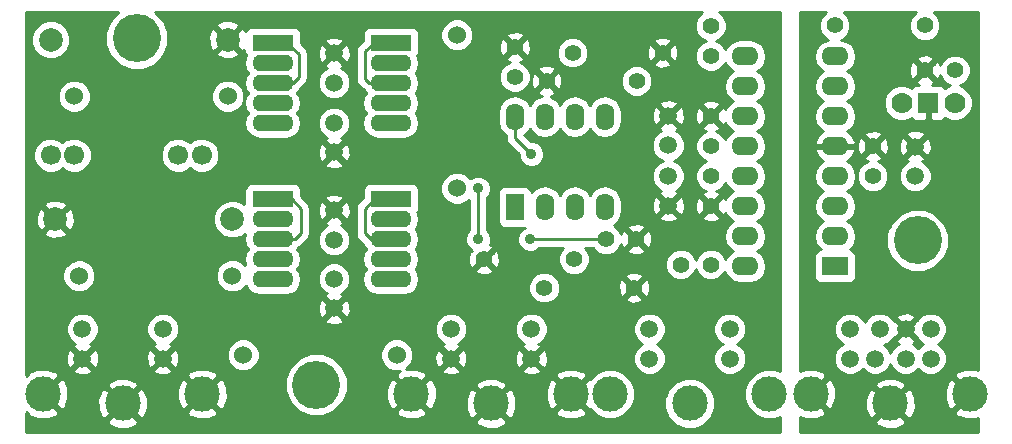
<source format=gbl>
%TF.FileFunction,Copper,L2,Bot,Signal*%
%FSLAX46Y46*%
G04 Gerber Fmt 4.6, Leading zero omitted, Abs format (unit mm)*
G04 Created by KiCad (PCBNEW (2014-10-02 BZR 5161)-product) date 2/13/2015 2:51:55 PM*
%MOMM*%
G01*
G04 APERTURE LIST*
%ADD10C,0.100000*%
%ADD11C,1.524000*%
%ADD12O,3.500120X1.400000*%
%ADD13R,3.500120X1.400000*%
%ADD14R,2.286000X1.574800*%
%ADD15O,2.286000X1.574800*%
%ADD16C,2.000000*%
%ADD17C,1.397000*%
%ADD18C,1.778000*%
%ADD19R,1.778000X1.778000*%
%ADD20C,1.700000*%
%ADD21C,1.501140*%
%ADD22R,1.574800X2.286000*%
%ADD23O,1.574800X2.286000*%
%ADD24C,4.064000*%
%ADD25C,3.000000*%
%ADD26C,1.500000*%
%ADD27C,0.889000*%
%ADD28C,0.254000*%
G04 APERTURE END LIST*
D10*
D11*
X67050000Y-132144000D03*
X80050000Y-132144000D03*
X65750000Y-110244000D03*
X52750000Y-110244000D03*
X85150000Y-118044000D03*
X85150000Y-105044000D03*
X66150000Y-125444000D03*
X53150000Y-125444000D03*
D12*
X79550000Y-109094000D03*
X79550000Y-107394000D03*
X79550000Y-110794000D03*
D13*
X79550000Y-105694000D03*
D12*
X79550000Y-112494000D03*
X79550000Y-122344000D03*
X79550000Y-120644000D03*
X79550000Y-124044000D03*
D13*
X79550000Y-118944000D03*
D12*
X79550000Y-125744000D03*
X69550000Y-109094000D03*
X69550000Y-107394000D03*
X69550000Y-110794000D03*
D13*
X69550000Y-105694000D03*
D12*
X69550000Y-112494000D03*
X69550000Y-122344000D03*
X69550000Y-120644000D03*
X69550000Y-124044000D03*
D13*
X69550000Y-118944000D03*
D12*
X69550000Y-125744000D03*
D14*
X117170000Y-124624000D03*
D15*
X117170000Y-122084000D03*
X117170000Y-119544000D03*
X117170000Y-117004000D03*
X117170000Y-114464000D03*
X117170000Y-111924000D03*
X117170000Y-109384000D03*
X117170000Y-106844000D03*
X109550000Y-106844000D03*
X109550000Y-109384000D03*
X109550000Y-111924000D03*
X109550000Y-114464000D03*
X109550000Y-117004000D03*
X109550000Y-119544000D03*
X109550000Y-122084000D03*
X109550000Y-124624000D03*
D16*
X51150000Y-120644000D03*
X66150000Y-120644000D03*
X65750000Y-105444000D03*
X50750000Y-105444000D03*
D17*
X92540000Y-126444000D03*
X100160000Y-126444000D03*
X87440000Y-124044000D03*
X95060000Y-124044000D03*
X94940000Y-106544000D03*
X102560000Y-106544000D03*
X92740000Y-108944000D03*
X100360000Y-108944000D03*
X124760000Y-104244000D03*
X117140000Y-104244000D03*
D18*
X127300000Y-110794000D03*
D19*
X125050000Y-110794000D03*
D18*
X122800000Y-110794000D03*
D20*
X61550000Y-115244000D03*
X63550000Y-115244000D03*
X52750000Y-115244000D03*
X50750000Y-115244000D03*
D21*
X74750000Y-106594000D03*
X74750000Y-109094000D03*
X74750000Y-112494000D03*
X74750000Y-114994000D03*
X103050000Y-114394000D03*
X103050000Y-111894000D03*
X103050000Y-119494000D03*
X103050000Y-116994000D03*
X74750000Y-119894000D03*
X74750000Y-122394000D03*
X74750000Y-125694000D03*
X74750000Y-128194000D03*
X123950000Y-116994000D03*
X123950000Y-114494000D03*
D17*
X120360000Y-114464000D03*
X120360000Y-117004000D03*
X124780000Y-108044000D03*
X127320000Y-108044000D03*
X97780000Y-122344000D03*
X100320000Y-122344000D03*
X106660000Y-114454000D03*
X106660000Y-111914000D03*
X106660000Y-119554000D03*
X106660000Y-117014000D03*
X106650000Y-106814000D03*
X106650000Y-104274000D03*
X106630000Y-124484000D03*
X104090000Y-124484000D03*
X90050000Y-106074000D03*
X90050000Y-108614000D03*
D22*
X90050000Y-119594000D03*
D23*
X92590000Y-119594000D03*
X95130000Y-119594000D03*
X97670000Y-119594000D03*
X97670000Y-111974000D03*
X95130000Y-111974000D03*
X92590000Y-111974000D03*
X90050000Y-111974000D03*
D24*
X73250000Y-134644000D03*
X58050000Y-105344000D03*
X124150000Y-122444000D03*
D25*
X63600000Y-135444000D03*
X50100000Y-135444000D03*
D26*
X60250000Y-132444000D03*
X53450000Y-132444000D03*
X60250000Y-129944000D03*
X53450000Y-129944000D03*
D25*
X56850000Y-136244000D03*
X94800000Y-135444000D03*
X81300000Y-135444000D03*
D26*
X91450000Y-132444000D03*
X84650000Y-132444000D03*
X91450000Y-129944000D03*
X84650000Y-129944000D03*
D25*
X88050000Y-136244000D03*
X128600000Y-135444000D03*
X115100000Y-135444000D03*
D26*
X120950000Y-129944000D03*
X120550000Y-132444000D03*
X123150000Y-132444000D03*
X125250000Y-132444000D03*
X118450000Y-132444000D03*
X125250000Y-129944000D03*
X123150000Y-129944000D03*
X118450000Y-129944000D03*
D25*
X121850000Y-136244000D03*
X111600000Y-135444000D03*
X98100000Y-135444000D03*
D26*
X108250000Y-132444000D03*
X101450000Y-132444000D03*
X108250000Y-129944000D03*
X101450000Y-129944000D03*
D25*
X104850000Y-136244000D03*
D27*
X91450000Y-115144000D03*
X91350000Y-122344000D03*
X86950000Y-122344000D03*
X86950000Y-118044000D03*
D28*
X91450000Y-115144000D02*
X90050000Y-113744000D01*
X90050000Y-113744000D02*
X90050000Y-111974000D01*
X79550000Y-105694000D02*
X78100000Y-105694000D01*
X78100000Y-105694000D02*
X77350000Y-106444000D01*
X77350000Y-106444000D02*
X77350000Y-108744000D01*
X77350000Y-108744000D02*
X77700000Y-109094000D01*
X77700000Y-109094000D02*
X79550000Y-109094000D01*
X69550000Y-105694000D02*
X70800000Y-105694000D01*
X70800000Y-105694000D02*
X71750000Y-106644000D01*
X71750000Y-106644000D02*
X71750000Y-108644000D01*
X71750000Y-108644000D02*
X71300000Y-109094000D01*
X71300000Y-109094000D02*
X69550000Y-109094000D01*
X97780000Y-122344000D02*
X91350000Y-122344000D01*
X86950000Y-118044000D02*
X86950000Y-122344000D01*
X71450000Y-122344000D02*
X69550000Y-122344000D01*
X71950000Y-121844000D02*
X71450000Y-122344000D01*
X71950000Y-119744000D02*
X71950000Y-121844000D01*
X71150000Y-118944000D02*
X71950000Y-119744000D01*
X69550000Y-118944000D02*
X71150000Y-118944000D01*
X77850000Y-122344000D02*
X79550000Y-122344000D01*
X77350000Y-121844000D02*
X77850000Y-122344000D01*
X77350000Y-119744000D02*
X77350000Y-121844000D01*
X78150000Y-118944000D02*
X77350000Y-119744000D01*
X79550000Y-118944000D02*
X78150000Y-118944000D01*
G36*
X129265000Y-138659000D02*
X123992723Y-138659000D01*
X123992723Y-136627813D01*
X123976497Y-135778613D01*
X123682739Y-135069418D01*
X123363970Y-134909635D01*
X123184365Y-135089240D01*
X123184365Y-134730030D01*
X123024582Y-134411261D01*
X122233813Y-134101277D01*
X121384613Y-134117503D01*
X120675418Y-134411261D01*
X120515635Y-134730030D01*
X121850000Y-136064395D01*
X123184365Y-134730030D01*
X123184365Y-135089240D01*
X122029605Y-136244000D01*
X123363970Y-137578365D01*
X123682739Y-137418582D01*
X123992723Y-136627813D01*
X123992723Y-138659000D01*
X123184365Y-138659000D01*
X123184365Y-137757970D01*
X121850000Y-136423605D01*
X121670395Y-136603210D01*
X121670395Y-136244000D01*
X120336030Y-134909635D01*
X120017261Y-135069418D01*
X119707277Y-135860187D01*
X119723503Y-136709387D01*
X120017261Y-137418582D01*
X120336030Y-137578365D01*
X121670395Y-136244000D01*
X121670395Y-136603210D01*
X120515635Y-137757970D01*
X120675418Y-138076739D01*
X121466187Y-138386723D01*
X122315387Y-138370497D01*
X123024582Y-138076739D01*
X123184365Y-137757970D01*
X123184365Y-138659000D01*
X117242723Y-138659000D01*
X117242723Y-135827813D01*
X117226497Y-134978613D01*
X116932739Y-134269418D01*
X116613970Y-134109635D01*
X115279605Y-135444000D01*
X116613970Y-136778365D01*
X116932739Y-136618582D01*
X117242723Y-135827813D01*
X117242723Y-138659000D01*
X114177000Y-138659000D01*
X114177000Y-137375359D01*
X114716187Y-137586723D01*
X115565387Y-137570497D01*
X116274582Y-137276739D01*
X116434365Y-136957970D01*
X115100000Y-135623605D01*
X115085857Y-135637747D01*
X114906252Y-135458142D01*
X114920395Y-135444000D01*
X114906252Y-135429857D01*
X115085857Y-135250252D01*
X115100000Y-135264395D01*
X116434365Y-133930030D01*
X116274582Y-133611261D01*
X115483813Y-133301277D01*
X114634613Y-133317503D01*
X114177000Y-133507052D01*
X114177000Y-103129000D01*
X116369445Y-103129000D01*
X116010173Y-103487647D01*
X115806732Y-103977587D01*
X115806269Y-104508086D01*
X116008854Y-104998380D01*
X116383647Y-105373827D01*
X116589666Y-105459373D01*
X116235238Y-105529874D01*
X115773778Y-105838211D01*
X115465441Y-106299671D01*
X115357167Y-106844000D01*
X115465441Y-107388329D01*
X115773778Y-107849789D01*
X116169198Y-108113999D01*
X115773778Y-108378211D01*
X115465441Y-108839671D01*
X115357167Y-109384000D01*
X115465441Y-109928329D01*
X115773778Y-110389789D01*
X116169198Y-110653999D01*
X115773778Y-110918211D01*
X115465441Y-111379671D01*
X115357167Y-111924000D01*
X115465441Y-112468329D01*
X115773778Y-112929789D01*
X116168829Y-113193753D01*
X116152738Y-113198475D01*
X115718809Y-113548014D01*
X115451673Y-114037004D01*
X115434990Y-114116940D01*
X115557148Y-114337000D01*
X117043000Y-114337000D01*
X117043000Y-114317000D01*
X117297000Y-114317000D01*
X117297000Y-114337000D01*
X118782852Y-114337000D01*
X118905010Y-114116940D01*
X118888327Y-114037004D01*
X118621191Y-113548014D01*
X118187262Y-113198475D01*
X118171170Y-113193753D01*
X118566222Y-112929789D01*
X118874559Y-112468329D01*
X118982833Y-111924000D01*
X118874559Y-111379671D01*
X118566222Y-110918211D01*
X118170801Y-110653999D01*
X118566222Y-110389789D01*
X118874559Y-109928329D01*
X118982833Y-109384000D01*
X118874559Y-108839671D01*
X118566222Y-108378211D01*
X118170801Y-108113999D01*
X118566222Y-107849789D01*
X118874559Y-107388329D01*
X118982833Y-106844000D01*
X118874559Y-106299671D01*
X118566222Y-105838211D01*
X118104762Y-105529874D01*
X117709966Y-105451344D01*
X117894380Y-105375146D01*
X118269827Y-105000353D01*
X118473268Y-104510413D01*
X118473731Y-103979914D01*
X118271146Y-103489620D01*
X117911154Y-103129000D01*
X123989445Y-103129000D01*
X123630173Y-103487647D01*
X123426732Y-103977587D01*
X123426269Y-104508086D01*
X123628854Y-104998380D01*
X124003647Y-105373827D01*
X124493587Y-105577268D01*
X125024086Y-105577731D01*
X125514380Y-105375146D01*
X125889827Y-105000353D01*
X126093268Y-104510413D01*
X126093731Y-103979914D01*
X125891146Y-103489620D01*
X125531154Y-103129000D01*
X129265000Y-103129000D01*
X129265000Y-133411503D01*
X128983813Y-133301277D01*
X128824264Y-133304325D01*
X128824264Y-110492188D01*
X128592738Y-109931851D01*
X128164404Y-109502769D01*
X127724027Y-109319908D01*
X128074380Y-109175146D01*
X128449827Y-108800353D01*
X128653268Y-108310413D01*
X128653731Y-107779914D01*
X128451146Y-107289620D01*
X128076353Y-106914173D01*
X127586413Y-106710732D01*
X127055914Y-106710269D01*
X126565620Y-106912854D01*
X126190173Y-107287647D01*
X126056686Y-107609118D01*
X125949800Y-107351071D01*
X125714188Y-107289417D01*
X125534583Y-107469022D01*
X125534583Y-107109812D01*
X125472929Y-106874200D01*
X124972520Y-106698073D01*
X124442801Y-106726852D01*
X124087071Y-106874200D01*
X124025417Y-107109812D01*
X124780000Y-107864395D01*
X125534583Y-107109812D01*
X125534583Y-107469022D01*
X124959605Y-108044000D01*
X125714188Y-108798583D01*
X125949800Y-108736929D01*
X126048083Y-108457688D01*
X126188854Y-108798380D01*
X126563647Y-109173827D01*
X126896153Y-109311895D01*
X126437851Y-109501262D01*
X126435567Y-109503541D01*
X126298699Y-109366673D01*
X126065310Y-109270000D01*
X125812691Y-109270000D01*
X125337250Y-109270000D01*
X125472929Y-109213800D01*
X125534583Y-108978188D01*
X124780000Y-108223605D01*
X124600395Y-108403210D01*
X124600395Y-108044000D01*
X123845812Y-107289417D01*
X123610200Y-107351071D01*
X123434073Y-107851480D01*
X123462852Y-108381199D01*
X123610200Y-108736929D01*
X123845812Y-108798583D01*
X124600395Y-108044000D01*
X124600395Y-108403210D01*
X124025417Y-108978188D01*
X124087071Y-109213800D01*
X124246745Y-109270000D01*
X124034690Y-109270000D01*
X123801301Y-109366673D01*
X123664804Y-109503170D01*
X123664404Y-109502769D01*
X123104472Y-109270265D01*
X122498188Y-109269736D01*
X121937851Y-109501262D01*
X121508769Y-109929596D01*
X121276265Y-110489528D01*
X121275736Y-111095812D01*
X121507262Y-111656149D01*
X121935596Y-112085231D01*
X122495528Y-112317735D01*
X123101812Y-112318264D01*
X123662149Y-112086738D01*
X123664432Y-112084458D01*
X123801301Y-112221327D01*
X124034690Y-112318000D01*
X124287309Y-112318000D01*
X124764250Y-112318000D01*
X124923000Y-112159250D01*
X124923000Y-110921000D01*
X124903000Y-110921000D01*
X124903000Y-110667000D01*
X124923000Y-110667000D01*
X124923000Y-110647000D01*
X125177000Y-110647000D01*
X125177000Y-110667000D01*
X125197000Y-110667000D01*
X125197000Y-110921000D01*
X125177000Y-110921000D01*
X125177000Y-112159250D01*
X125335750Y-112318000D01*
X125812691Y-112318000D01*
X126065310Y-112318000D01*
X126298699Y-112221327D01*
X126435195Y-112084829D01*
X126435596Y-112085231D01*
X126995528Y-112317735D01*
X127601812Y-112318264D01*
X128162149Y-112086738D01*
X128591231Y-111658404D01*
X128823735Y-111098472D01*
X128824264Y-110492188D01*
X128824264Y-133304325D01*
X128134613Y-133317503D01*
X127425418Y-133611261D01*
X127265635Y-133930030D01*
X128600000Y-135264395D01*
X128614142Y-135250252D01*
X128793747Y-135429857D01*
X128779605Y-135444000D01*
X128793747Y-135458142D01*
X128614142Y-135637747D01*
X128600000Y-135623605D01*
X128420395Y-135803210D01*
X128420395Y-135444000D01*
X127086030Y-134109635D01*
X126817462Y-134244254D01*
X126817462Y-121915828D01*
X126412291Y-120935239D01*
X125662707Y-120184345D01*
X125347767Y-120053570D01*
X125347767Y-114698966D01*
X125319805Y-114148462D01*
X125162931Y-113769735D01*
X124921930Y-113701675D01*
X124742325Y-113881280D01*
X124742325Y-113522070D01*
X124674265Y-113281069D01*
X124154966Y-113096233D01*
X123604462Y-113124195D01*
X123225735Y-113281069D01*
X123157675Y-113522070D01*
X123950000Y-114314395D01*
X124742325Y-113522070D01*
X124742325Y-113881280D01*
X124129605Y-114494000D01*
X124921930Y-115286325D01*
X125162931Y-115218265D01*
X125347767Y-114698966D01*
X125347767Y-120053570D01*
X125335810Y-120048605D01*
X125335810Y-116719602D01*
X125125314Y-116210163D01*
X124735887Y-115820056D01*
X124568728Y-115750645D01*
X124674265Y-115706931D01*
X124742325Y-115465930D01*
X123950000Y-114673605D01*
X123770395Y-114853210D01*
X123770395Y-114494000D01*
X122978070Y-113701675D01*
X122737069Y-113769735D01*
X122552233Y-114289034D01*
X122580195Y-114839538D01*
X122737069Y-115218265D01*
X122978070Y-115286325D01*
X123770395Y-114494000D01*
X123770395Y-114853210D01*
X123157675Y-115465930D01*
X123225735Y-115706931D01*
X123339032Y-115747257D01*
X123166163Y-115818686D01*
X122776056Y-116208113D01*
X122564671Y-116717184D01*
X122564190Y-117268398D01*
X122774686Y-117777837D01*
X123164113Y-118167944D01*
X123673184Y-118379329D01*
X124224398Y-118379810D01*
X124733837Y-118169314D01*
X125123944Y-117779887D01*
X125335329Y-117270816D01*
X125335810Y-116719602D01*
X125335810Y-120048605D01*
X124682827Y-119777464D01*
X123621828Y-119776538D01*
X122641239Y-120181709D01*
X121890345Y-120931293D01*
X121705927Y-121375421D01*
X121705927Y-114656520D01*
X121677148Y-114126801D01*
X121529800Y-113771071D01*
X121294188Y-113709417D01*
X121114583Y-113889022D01*
X121114583Y-113529812D01*
X121052929Y-113294200D01*
X120552520Y-113118073D01*
X120022801Y-113146852D01*
X119667071Y-113294200D01*
X119605417Y-113529812D01*
X120360000Y-114284395D01*
X121114583Y-113529812D01*
X121114583Y-113889022D01*
X120539605Y-114464000D01*
X121294188Y-115218583D01*
X121529800Y-115156929D01*
X121705927Y-114656520D01*
X121705927Y-121375421D01*
X121693731Y-121404792D01*
X121693731Y-116739914D01*
X121491146Y-116249620D01*
X121116353Y-115874173D01*
X120794881Y-115740686D01*
X121052929Y-115633800D01*
X121114583Y-115398188D01*
X120360000Y-114643605D01*
X120180395Y-114823210D01*
X120180395Y-114464000D01*
X119425812Y-113709417D01*
X119190200Y-113771071D01*
X119014073Y-114271480D01*
X119042852Y-114801199D01*
X119190200Y-115156929D01*
X119425812Y-115218583D01*
X120180395Y-114464000D01*
X120180395Y-114823210D01*
X119605417Y-115398188D01*
X119667071Y-115633800D01*
X119946311Y-115732083D01*
X119605620Y-115872854D01*
X119230173Y-116247647D01*
X119026732Y-116737587D01*
X119026269Y-117268086D01*
X119228854Y-117758380D01*
X119603647Y-118133827D01*
X120093587Y-118337268D01*
X120624086Y-118337731D01*
X121114380Y-118135146D01*
X121489827Y-117760353D01*
X121693268Y-117270413D01*
X121693731Y-116739914D01*
X121693731Y-121404792D01*
X121483464Y-121911173D01*
X121482538Y-122972172D01*
X121887709Y-123952761D01*
X122637293Y-124703655D01*
X123617173Y-125110536D01*
X124678172Y-125111462D01*
X125658761Y-124706291D01*
X126409655Y-123956707D01*
X126816536Y-122976827D01*
X126817462Y-121915828D01*
X126817462Y-134244254D01*
X126767261Y-134269418D01*
X126635240Y-134606203D01*
X126635240Y-132169715D01*
X126424831Y-131660485D01*
X126035564Y-131270539D01*
X125851414Y-131194073D01*
X126033515Y-131118831D01*
X126423461Y-130729564D01*
X126634759Y-130220702D01*
X126635240Y-129669715D01*
X126424831Y-129160485D01*
X126035564Y-128770539D01*
X125526702Y-128559241D01*
X124975715Y-128558760D01*
X124466485Y-128769169D01*
X124076539Y-129158436D01*
X124049108Y-129224496D01*
X123941912Y-129331692D01*
X123941912Y-128972483D01*
X123873923Y-128731540D01*
X123354829Y-128546799D01*
X122804552Y-128574770D01*
X122426077Y-128731540D01*
X122358088Y-128972483D01*
X123150000Y-129764395D01*
X123941912Y-128972483D01*
X123941912Y-129331692D01*
X123329605Y-129944000D01*
X124048446Y-130662841D01*
X124075169Y-130727515D01*
X124464436Y-131117461D01*
X124648585Y-131193926D01*
X124466485Y-131269169D01*
X124199876Y-131535312D01*
X123935564Y-131270539D01*
X123767245Y-131200647D01*
X123873923Y-131156460D01*
X123941912Y-130915517D01*
X123150000Y-130123605D01*
X122358088Y-130915517D01*
X122426077Y-131156460D01*
X122540611Y-131197221D01*
X122366485Y-131269169D01*
X121976539Y-131658436D01*
X121849949Y-131963296D01*
X121724831Y-131660485D01*
X121344554Y-131279545D01*
X121733515Y-131118831D01*
X122123461Y-130729564D01*
X122126872Y-130721348D01*
X122178483Y-130735912D01*
X122970395Y-129944000D01*
X122178483Y-129152088D01*
X122127326Y-129166523D01*
X122124831Y-129160485D01*
X121735564Y-128770539D01*
X121226702Y-128559241D01*
X120675715Y-128558760D01*
X120166485Y-128769169D01*
X119776539Y-129158436D01*
X119700073Y-129342585D01*
X119624831Y-129160485D01*
X119235564Y-128770539D01*
X118982833Y-128665595D01*
X118982833Y-122084000D01*
X118874559Y-121539671D01*
X118566222Y-121078211D01*
X118170801Y-120813999D01*
X118566222Y-120549789D01*
X118874559Y-120088329D01*
X118982833Y-119544000D01*
X118874559Y-118999671D01*
X118566222Y-118538211D01*
X118170801Y-118273999D01*
X118566222Y-118009789D01*
X118874559Y-117548329D01*
X118982833Y-117004000D01*
X118874559Y-116459671D01*
X118566222Y-115998211D01*
X118171170Y-115734246D01*
X118187262Y-115729525D01*
X118621191Y-115379986D01*
X118888327Y-114890996D01*
X118905010Y-114811060D01*
X118782852Y-114591000D01*
X117297000Y-114591000D01*
X117297000Y-114611000D01*
X117043000Y-114611000D01*
X117043000Y-114591000D01*
X115557148Y-114591000D01*
X115434990Y-114811060D01*
X115451673Y-114890996D01*
X115718809Y-115379986D01*
X116152738Y-115729525D01*
X116168829Y-115734246D01*
X115773778Y-115998211D01*
X115465441Y-116459671D01*
X115357167Y-117004000D01*
X115465441Y-117548329D01*
X115773778Y-118009789D01*
X116169198Y-118273999D01*
X115773778Y-118538211D01*
X115465441Y-118999671D01*
X115357167Y-119544000D01*
X115465441Y-120088329D01*
X115773778Y-120549789D01*
X116169198Y-120813999D01*
X115773778Y-121078211D01*
X115465441Y-121539671D01*
X115357167Y-122084000D01*
X115465441Y-122628329D01*
X115773778Y-123089789D01*
X115941115Y-123201600D01*
X115900691Y-123201600D01*
X115667302Y-123298273D01*
X115488673Y-123476901D01*
X115392000Y-123710290D01*
X115392000Y-123962909D01*
X115392000Y-125537709D01*
X115488673Y-125771098D01*
X115667301Y-125949727D01*
X115900690Y-126046400D01*
X116153309Y-126046400D01*
X118439309Y-126046400D01*
X118672698Y-125949727D01*
X118851327Y-125771099D01*
X118948000Y-125537710D01*
X118948000Y-125285091D01*
X118948000Y-123710291D01*
X118851327Y-123476902D01*
X118672699Y-123298273D01*
X118439310Y-123201600D01*
X118398884Y-123201600D01*
X118566222Y-123089789D01*
X118874559Y-122628329D01*
X118982833Y-122084000D01*
X118982833Y-128665595D01*
X118726702Y-128559241D01*
X118175715Y-128558760D01*
X117666485Y-128769169D01*
X117276539Y-129158436D01*
X117065241Y-129667298D01*
X117064760Y-130218285D01*
X117275169Y-130727515D01*
X117664436Y-131117461D01*
X117848585Y-131193926D01*
X117666485Y-131269169D01*
X117276539Y-131658436D01*
X117065241Y-132167298D01*
X117064760Y-132718285D01*
X117275169Y-133227515D01*
X117664436Y-133617461D01*
X118173298Y-133828759D01*
X118724285Y-133829240D01*
X119233515Y-133618831D01*
X119500123Y-133352687D01*
X119764436Y-133617461D01*
X120273298Y-133828759D01*
X120824285Y-133829240D01*
X121333515Y-133618831D01*
X121723461Y-133229564D01*
X121850050Y-132924703D01*
X121975169Y-133227515D01*
X122364436Y-133617461D01*
X122873298Y-133828759D01*
X123424285Y-133829240D01*
X123933515Y-133618831D01*
X124200123Y-133352687D01*
X124464436Y-133617461D01*
X124973298Y-133828759D01*
X125524285Y-133829240D01*
X126033515Y-133618831D01*
X126423461Y-133229564D01*
X126634759Y-132720702D01*
X126635240Y-132169715D01*
X126635240Y-134606203D01*
X126457277Y-135060187D01*
X126473503Y-135909387D01*
X126767261Y-136618582D01*
X127086030Y-136778365D01*
X128420395Y-135444000D01*
X128420395Y-135803210D01*
X127265635Y-136957970D01*
X127425418Y-137276739D01*
X128216187Y-137586723D01*
X129065387Y-137570497D01*
X129265000Y-137487814D01*
X129265000Y-138144000D01*
X129265000Y-138244000D01*
X129265000Y-138344000D01*
X129265000Y-138659000D01*
X129265000Y-138659000D01*
G37*
X129265000Y-138659000D02*
X123992723Y-138659000D01*
X123992723Y-136627813D01*
X123976497Y-135778613D01*
X123682739Y-135069418D01*
X123363970Y-134909635D01*
X123184365Y-135089240D01*
X123184365Y-134730030D01*
X123024582Y-134411261D01*
X122233813Y-134101277D01*
X121384613Y-134117503D01*
X120675418Y-134411261D01*
X120515635Y-134730030D01*
X121850000Y-136064395D01*
X123184365Y-134730030D01*
X123184365Y-135089240D01*
X122029605Y-136244000D01*
X123363970Y-137578365D01*
X123682739Y-137418582D01*
X123992723Y-136627813D01*
X123992723Y-138659000D01*
X123184365Y-138659000D01*
X123184365Y-137757970D01*
X121850000Y-136423605D01*
X121670395Y-136603210D01*
X121670395Y-136244000D01*
X120336030Y-134909635D01*
X120017261Y-135069418D01*
X119707277Y-135860187D01*
X119723503Y-136709387D01*
X120017261Y-137418582D01*
X120336030Y-137578365D01*
X121670395Y-136244000D01*
X121670395Y-136603210D01*
X120515635Y-137757970D01*
X120675418Y-138076739D01*
X121466187Y-138386723D01*
X122315387Y-138370497D01*
X123024582Y-138076739D01*
X123184365Y-137757970D01*
X123184365Y-138659000D01*
X117242723Y-138659000D01*
X117242723Y-135827813D01*
X117226497Y-134978613D01*
X116932739Y-134269418D01*
X116613970Y-134109635D01*
X115279605Y-135444000D01*
X116613970Y-136778365D01*
X116932739Y-136618582D01*
X117242723Y-135827813D01*
X117242723Y-138659000D01*
X114177000Y-138659000D01*
X114177000Y-137375359D01*
X114716187Y-137586723D01*
X115565387Y-137570497D01*
X116274582Y-137276739D01*
X116434365Y-136957970D01*
X115100000Y-135623605D01*
X115085857Y-135637747D01*
X114906252Y-135458142D01*
X114920395Y-135444000D01*
X114906252Y-135429857D01*
X115085857Y-135250252D01*
X115100000Y-135264395D01*
X116434365Y-133930030D01*
X116274582Y-133611261D01*
X115483813Y-133301277D01*
X114634613Y-133317503D01*
X114177000Y-133507052D01*
X114177000Y-103129000D01*
X116369445Y-103129000D01*
X116010173Y-103487647D01*
X115806732Y-103977587D01*
X115806269Y-104508086D01*
X116008854Y-104998380D01*
X116383647Y-105373827D01*
X116589666Y-105459373D01*
X116235238Y-105529874D01*
X115773778Y-105838211D01*
X115465441Y-106299671D01*
X115357167Y-106844000D01*
X115465441Y-107388329D01*
X115773778Y-107849789D01*
X116169198Y-108113999D01*
X115773778Y-108378211D01*
X115465441Y-108839671D01*
X115357167Y-109384000D01*
X115465441Y-109928329D01*
X115773778Y-110389789D01*
X116169198Y-110653999D01*
X115773778Y-110918211D01*
X115465441Y-111379671D01*
X115357167Y-111924000D01*
X115465441Y-112468329D01*
X115773778Y-112929789D01*
X116168829Y-113193753D01*
X116152738Y-113198475D01*
X115718809Y-113548014D01*
X115451673Y-114037004D01*
X115434990Y-114116940D01*
X115557148Y-114337000D01*
X117043000Y-114337000D01*
X117043000Y-114317000D01*
X117297000Y-114317000D01*
X117297000Y-114337000D01*
X118782852Y-114337000D01*
X118905010Y-114116940D01*
X118888327Y-114037004D01*
X118621191Y-113548014D01*
X118187262Y-113198475D01*
X118171170Y-113193753D01*
X118566222Y-112929789D01*
X118874559Y-112468329D01*
X118982833Y-111924000D01*
X118874559Y-111379671D01*
X118566222Y-110918211D01*
X118170801Y-110653999D01*
X118566222Y-110389789D01*
X118874559Y-109928329D01*
X118982833Y-109384000D01*
X118874559Y-108839671D01*
X118566222Y-108378211D01*
X118170801Y-108113999D01*
X118566222Y-107849789D01*
X118874559Y-107388329D01*
X118982833Y-106844000D01*
X118874559Y-106299671D01*
X118566222Y-105838211D01*
X118104762Y-105529874D01*
X117709966Y-105451344D01*
X117894380Y-105375146D01*
X118269827Y-105000353D01*
X118473268Y-104510413D01*
X118473731Y-103979914D01*
X118271146Y-103489620D01*
X117911154Y-103129000D01*
X123989445Y-103129000D01*
X123630173Y-103487647D01*
X123426732Y-103977587D01*
X123426269Y-104508086D01*
X123628854Y-104998380D01*
X124003647Y-105373827D01*
X124493587Y-105577268D01*
X125024086Y-105577731D01*
X125514380Y-105375146D01*
X125889827Y-105000353D01*
X126093268Y-104510413D01*
X126093731Y-103979914D01*
X125891146Y-103489620D01*
X125531154Y-103129000D01*
X129265000Y-103129000D01*
X129265000Y-133411503D01*
X128983813Y-133301277D01*
X128824264Y-133304325D01*
X128824264Y-110492188D01*
X128592738Y-109931851D01*
X128164404Y-109502769D01*
X127724027Y-109319908D01*
X128074380Y-109175146D01*
X128449827Y-108800353D01*
X128653268Y-108310413D01*
X128653731Y-107779914D01*
X128451146Y-107289620D01*
X128076353Y-106914173D01*
X127586413Y-106710732D01*
X127055914Y-106710269D01*
X126565620Y-106912854D01*
X126190173Y-107287647D01*
X126056686Y-107609118D01*
X125949800Y-107351071D01*
X125714188Y-107289417D01*
X125534583Y-107469022D01*
X125534583Y-107109812D01*
X125472929Y-106874200D01*
X124972520Y-106698073D01*
X124442801Y-106726852D01*
X124087071Y-106874200D01*
X124025417Y-107109812D01*
X124780000Y-107864395D01*
X125534583Y-107109812D01*
X125534583Y-107469022D01*
X124959605Y-108044000D01*
X125714188Y-108798583D01*
X125949800Y-108736929D01*
X126048083Y-108457688D01*
X126188854Y-108798380D01*
X126563647Y-109173827D01*
X126896153Y-109311895D01*
X126437851Y-109501262D01*
X126435567Y-109503541D01*
X126298699Y-109366673D01*
X126065310Y-109270000D01*
X125812691Y-109270000D01*
X125337250Y-109270000D01*
X125472929Y-109213800D01*
X125534583Y-108978188D01*
X124780000Y-108223605D01*
X124600395Y-108403210D01*
X124600395Y-108044000D01*
X123845812Y-107289417D01*
X123610200Y-107351071D01*
X123434073Y-107851480D01*
X123462852Y-108381199D01*
X123610200Y-108736929D01*
X123845812Y-108798583D01*
X124600395Y-108044000D01*
X124600395Y-108403210D01*
X124025417Y-108978188D01*
X124087071Y-109213800D01*
X124246745Y-109270000D01*
X124034690Y-109270000D01*
X123801301Y-109366673D01*
X123664804Y-109503170D01*
X123664404Y-109502769D01*
X123104472Y-109270265D01*
X122498188Y-109269736D01*
X121937851Y-109501262D01*
X121508769Y-109929596D01*
X121276265Y-110489528D01*
X121275736Y-111095812D01*
X121507262Y-111656149D01*
X121935596Y-112085231D01*
X122495528Y-112317735D01*
X123101812Y-112318264D01*
X123662149Y-112086738D01*
X123664432Y-112084458D01*
X123801301Y-112221327D01*
X124034690Y-112318000D01*
X124287309Y-112318000D01*
X124764250Y-112318000D01*
X124923000Y-112159250D01*
X124923000Y-110921000D01*
X124903000Y-110921000D01*
X124903000Y-110667000D01*
X124923000Y-110667000D01*
X124923000Y-110647000D01*
X125177000Y-110647000D01*
X125177000Y-110667000D01*
X125197000Y-110667000D01*
X125197000Y-110921000D01*
X125177000Y-110921000D01*
X125177000Y-112159250D01*
X125335750Y-112318000D01*
X125812691Y-112318000D01*
X126065310Y-112318000D01*
X126298699Y-112221327D01*
X126435195Y-112084829D01*
X126435596Y-112085231D01*
X126995528Y-112317735D01*
X127601812Y-112318264D01*
X128162149Y-112086738D01*
X128591231Y-111658404D01*
X128823735Y-111098472D01*
X128824264Y-110492188D01*
X128824264Y-133304325D01*
X128134613Y-133317503D01*
X127425418Y-133611261D01*
X127265635Y-133930030D01*
X128600000Y-135264395D01*
X128614142Y-135250252D01*
X128793747Y-135429857D01*
X128779605Y-135444000D01*
X128793747Y-135458142D01*
X128614142Y-135637747D01*
X128600000Y-135623605D01*
X128420395Y-135803210D01*
X128420395Y-135444000D01*
X127086030Y-134109635D01*
X126817462Y-134244254D01*
X126817462Y-121915828D01*
X126412291Y-120935239D01*
X125662707Y-120184345D01*
X125347767Y-120053570D01*
X125347767Y-114698966D01*
X125319805Y-114148462D01*
X125162931Y-113769735D01*
X124921930Y-113701675D01*
X124742325Y-113881280D01*
X124742325Y-113522070D01*
X124674265Y-113281069D01*
X124154966Y-113096233D01*
X123604462Y-113124195D01*
X123225735Y-113281069D01*
X123157675Y-113522070D01*
X123950000Y-114314395D01*
X124742325Y-113522070D01*
X124742325Y-113881280D01*
X124129605Y-114494000D01*
X124921930Y-115286325D01*
X125162931Y-115218265D01*
X125347767Y-114698966D01*
X125347767Y-120053570D01*
X125335810Y-120048605D01*
X125335810Y-116719602D01*
X125125314Y-116210163D01*
X124735887Y-115820056D01*
X124568728Y-115750645D01*
X124674265Y-115706931D01*
X124742325Y-115465930D01*
X123950000Y-114673605D01*
X123770395Y-114853210D01*
X123770395Y-114494000D01*
X122978070Y-113701675D01*
X122737069Y-113769735D01*
X122552233Y-114289034D01*
X122580195Y-114839538D01*
X122737069Y-115218265D01*
X122978070Y-115286325D01*
X123770395Y-114494000D01*
X123770395Y-114853210D01*
X123157675Y-115465930D01*
X123225735Y-115706931D01*
X123339032Y-115747257D01*
X123166163Y-115818686D01*
X122776056Y-116208113D01*
X122564671Y-116717184D01*
X122564190Y-117268398D01*
X122774686Y-117777837D01*
X123164113Y-118167944D01*
X123673184Y-118379329D01*
X124224398Y-118379810D01*
X124733837Y-118169314D01*
X125123944Y-117779887D01*
X125335329Y-117270816D01*
X125335810Y-116719602D01*
X125335810Y-120048605D01*
X124682827Y-119777464D01*
X123621828Y-119776538D01*
X122641239Y-120181709D01*
X121890345Y-120931293D01*
X121705927Y-121375421D01*
X121705927Y-114656520D01*
X121677148Y-114126801D01*
X121529800Y-113771071D01*
X121294188Y-113709417D01*
X121114583Y-113889022D01*
X121114583Y-113529812D01*
X121052929Y-113294200D01*
X120552520Y-113118073D01*
X120022801Y-113146852D01*
X119667071Y-113294200D01*
X119605417Y-113529812D01*
X120360000Y-114284395D01*
X121114583Y-113529812D01*
X121114583Y-113889022D01*
X120539605Y-114464000D01*
X121294188Y-115218583D01*
X121529800Y-115156929D01*
X121705927Y-114656520D01*
X121705927Y-121375421D01*
X121693731Y-121404792D01*
X121693731Y-116739914D01*
X121491146Y-116249620D01*
X121116353Y-115874173D01*
X120794881Y-115740686D01*
X121052929Y-115633800D01*
X121114583Y-115398188D01*
X120360000Y-114643605D01*
X120180395Y-114823210D01*
X120180395Y-114464000D01*
X119425812Y-113709417D01*
X119190200Y-113771071D01*
X119014073Y-114271480D01*
X119042852Y-114801199D01*
X119190200Y-115156929D01*
X119425812Y-115218583D01*
X120180395Y-114464000D01*
X120180395Y-114823210D01*
X119605417Y-115398188D01*
X119667071Y-115633800D01*
X119946311Y-115732083D01*
X119605620Y-115872854D01*
X119230173Y-116247647D01*
X119026732Y-116737587D01*
X119026269Y-117268086D01*
X119228854Y-117758380D01*
X119603647Y-118133827D01*
X120093587Y-118337268D01*
X120624086Y-118337731D01*
X121114380Y-118135146D01*
X121489827Y-117760353D01*
X121693268Y-117270413D01*
X121693731Y-116739914D01*
X121693731Y-121404792D01*
X121483464Y-121911173D01*
X121482538Y-122972172D01*
X121887709Y-123952761D01*
X122637293Y-124703655D01*
X123617173Y-125110536D01*
X124678172Y-125111462D01*
X125658761Y-124706291D01*
X126409655Y-123956707D01*
X126816536Y-122976827D01*
X126817462Y-121915828D01*
X126817462Y-134244254D01*
X126767261Y-134269418D01*
X126635240Y-134606203D01*
X126635240Y-132169715D01*
X126424831Y-131660485D01*
X126035564Y-131270539D01*
X125851414Y-131194073D01*
X126033515Y-131118831D01*
X126423461Y-130729564D01*
X126634759Y-130220702D01*
X126635240Y-129669715D01*
X126424831Y-129160485D01*
X126035564Y-128770539D01*
X125526702Y-128559241D01*
X124975715Y-128558760D01*
X124466485Y-128769169D01*
X124076539Y-129158436D01*
X124049108Y-129224496D01*
X123941912Y-129331692D01*
X123941912Y-128972483D01*
X123873923Y-128731540D01*
X123354829Y-128546799D01*
X122804552Y-128574770D01*
X122426077Y-128731540D01*
X122358088Y-128972483D01*
X123150000Y-129764395D01*
X123941912Y-128972483D01*
X123941912Y-129331692D01*
X123329605Y-129944000D01*
X124048446Y-130662841D01*
X124075169Y-130727515D01*
X124464436Y-131117461D01*
X124648585Y-131193926D01*
X124466485Y-131269169D01*
X124199876Y-131535312D01*
X123935564Y-131270539D01*
X123767245Y-131200647D01*
X123873923Y-131156460D01*
X123941912Y-130915517D01*
X123150000Y-130123605D01*
X122358088Y-130915517D01*
X122426077Y-131156460D01*
X122540611Y-131197221D01*
X122366485Y-131269169D01*
X121976539Y-131658436D01*
X121849949Y-131963296D01*
X121724831Y-131660485D01*
X121344554Y-131279545D01*
X121733515Y-131118831D01*
X122123461Y-130729564D01*
X122126872Y-130721348D01*
X122178483Y-130735912D01*
X122970395Y-129944000D01*
X122178483Y-129152088D01*
X122127326Y-129166523D01*
X122124831Y-129160485D01*
X121735564Y-128770539D01*
X121226702Y-128559241D01*
X120675715Y-128558760D01*
X120166485Y-128769169D01*
X119776539Y-129158436D01*
X119700073Y-129342585D01*
X119624831Y-129160485D01*
X119235564Y-128770539D01*
X118982833Y-128665595D01*
X118982833Y-122084000D01*
X118874559Y-121539671D01*
X118566222Y-121078211D01*
X118170801Y-120813999D01*
X118566222Y-120549789D01*
X118874559Y-120088329D01*
X118982833Y-119544000D01*
X118874559Y-118999671D01*
X118566222Y-118538211D01*
X118170801Y-118273999D01*
X118566222Y-118009789D01*
X118874559Y-117548329D01*
X118982833Y-117004000D01*
X118874559Y-116459671D01*
X118566222Y-115998211D01*
X118171170Y-115734246D01*
X118187262Y-115729525D01*
X118621191Y-115379986D01*
X118888327Y-114890996D01*
X118905010Y-114811060D01*
X118782852Y-114591000D01*
X117297000Y-114591000D01*
X117297000Y-114611000D01*
X117043000Y-114611000D01*
X117043000Y-114591000D01*
X115557148Y-114591000D01*
X115434990Y-114811060D01*
X115451673Y-114890996D01*
X115718809Y-115379986D01*
X116152738Y-115729525D01*
X116168829Y-115734246D01*
X115773778Y-115998211D01*
X115465441Y-116459671D01*
X115357167Y-117004000D01*
X115465441Y-117548329D01*
X115773778Y-118009789D01*
X116169198Y-118273999D01*
X115773778Y-118538211D01*
X115465441Y-118999671D01*
X115357167Y-119544000D01*
X115465441Y-120088329D01*
X115773778Y-120549789D01*
X116169198Y-120813999D01*
X115773778Y-121078211D01*
X115465441Y-121539671D01*
X115357167Y-122084000D01*
X115465441Y-122628329D01*
X115773778Y-123089789D01*
X115941115Y-123201600D01*
X115900691Y-123201600D01*
X115667302Y-123298273D01*
X115488673Y-123476901D01*
X115392000Y-123710290D01*
X115392000Y-123962909D01*
X115392000Y-125537709D01*
X115488673Y-125771098D01*
X115667301Y-125949727D01*
X115900690Y-126046400D01*
X116153309Y-126046400D01*
X118439309Y-126046400D01*
X118672698Y-125949727D01*
X118851327Y-125771099D01*
X118948000Y-125537710D01*
X118948000Y-125285091D01*
X118948000Y-123710291D01*
X118851327Y-123476902D01*
X118672699Y-123298273D01*
X118439310Y-123201600D01*
X118398884Y-123201600D01*
X118566222Y-123089789D01*
X118874559Y-122628329D01*
X118982833Y-122084000D01*
X118982833Y-128665595D01*
X118726702Y-128559241D01*
X118175715Y-128558760D01*
X117666485Y-128769169D01*
X117276539Y-129158436D01*
X117065241Y-129667298D01*
X117064760Y-130218285D01*
X117275169Y-130727515D01*
X117664436Y-131117461D01*
X117848585Y-131193926D01*
X117666485Y-131269169D01*
X117276539Y-131658436D01*
X117065241Y-132167298D01*
X117064760Y-132718285D01*
X117275169Y-133227515D01*
X117664436Y-133617461D01*
X118173298Y-133828759D01*
X118724285Y-133829240D01*
X119233515Y-133618831D01*
X119500123Y-133352687D01*
X119764436Y-133617461D01*
X120273298Y-133828759D01*
X120824285Y-133829240D01*
X121333515Y-133618831D01*
X121723461Y-133229564D01*
X121850050Y-132924703D01*
X121975169Y-133227515D01*
X122364436Y-133617461D01*
X122873298Y-133828759D01*
X123424285Y-133829240D01*
X123933515Y-133618831D01*
X124200123Y-133352687D01*
X124464436Y-133617461D01*
X124973298Y-133828759D01*
X125524285Y-133829240D01*
X126033515Y-133618831D01*
X126423461Y-133229564D01*
X126634759Y-132720702D01*
X126635240Y-132169715D01*
X126635240Y-134606203D01*
X126457277Y-135060187D01*
X126473503Y-135909387D01*
X126767261Y-136618582D01*
X127086030Y-136778365D01*
X128420395Y-135444000D01*
X128420395Y-135803210D01*
X127265635Y-136957970D01*
X127425418Y-137276739D01*
X128216187Y-137586723D01*
X129065387Y-137570497D01*
X129265000Y-137487814D01*
X129265000Y-138144000D01*
X129265000Y-138244000D01*
X129265000Y-138344000D01*
X129265000Y-138659000D01*
G36*
X112523000Y-138659000D02*
X106985370Y-138659000D01*
X106985370Y-135821185D01*
X106661020Y-135036200D01*
X106060959Y-134435091D01*
X105276541Y-134109372D01*
X104427185Y-134108630D01*
X103642200Y-134432980D01*
X103041091Y-135033041D01*
X102835240Y-135528784D01*
X102835240Y-132169715D01*
X102624831Y-131660485D01*
X102235564Y-131270539D01*
X102051414Y-131194073D01*
X102233515Y-131118831D01*
X102623461Y-130729564D01*
X102834759Y-130220702D01*
X102835240Y-129669715D01*
X102624831Y-129160485D01*
X102235564Y-128770539D01*
X101726702Y-128559241D01*
X101665927Y-128559187D01*
X101665927Y-122536520D01*
X101637148Y-122006801D01*
X101489800Y-121651071D01*
X101254188Y-121589417D01*
X101074583Y-121769022D01*
X101074583Y-121409812D01*
X101012929Y-121174200D01*
X100512520Y-120998073D01*
X99982801Y-121026852D01*
X99627071Y-121174200D01*
X99565417Y-121409812D01*
X100320000Y-122164395D01*
X101074583Y-121409812D01*
X101074583Y-121769022D01*
X100499605Y-122344000D01*
X101254188Y-123098583D01*
X101489800Y-123036929D01*
X101665927Y-122536520D01*
X101665927Y-128559187D01*
X101505927Y-128559048D01*
X101505927Y-126636520D01*
X101477148Y-126106801D01*
X101329800Y-125751071D01*
X101094188Y-125689417D01*
X101074583Y-125709022D01*
X101074583Y-123278188D01*
X100320000Y-122523605D01*
X100140395Y-122703210D01*
X100140395Y-122344000D01*
X99385812Y-121589417D01*
X99150200Y-121651071D01*
X99051916Y-121930311D01*
X98911146Y-121589620D01*
X98536353Y-121214173D01*
X98415639Y-121164048D01*
X98675789Y-120990222D01*
X98984126Y-120528762D01*
X99092400Y-119984433D01*
X99092400Y-119203567D01*
X99092400Y-112364433D01*
X99092400Y-111583567D01*
X98984126Y-111039238D01*
X98675789Y-110577778D01*
X98214329Y-110269441D01*
X97670000Y-110161167D01*
X97125671Y-110269441D01*
X96664211Y-110577778D01*
X96399999Y-110973198D01*
X96273731Y-110784223D01*
X96273731Y-106279914D01*
X96071146Y-105789620D01*
X95696353Y-105414173D01*
X95206413Y-105210732D01*
X94675914Y-105210269D01*
X94185620Y-105412854D01*
X93810173Y-105787647D01*
X93606732Y-106277587D01*
X93606269Y-106808086D01*
X93808854Y-107298380D01*
X94183647Y-107673827D01*
X94673587Y-107877268D01*
X95204086Y-107877731D01*
X95694380Y-107675146D01*
X96069827Y-107300353D01*
X96273268Y-106810413D01*
X96273731Y-106279914D01*
X96273731Y-110784223D01*
X96135789Y-110577778D01*
X95674329Y-110269441D01*
X95130000Y-110161167D01*
X94585671Y-110269441D01*
X94124211Y-110577778D01*
X94085927Y-110635073D01*
X94085927Y-109136520D01*
X94057148Y-108606801D01*
X93909800Y-108251071D01*
X93674188Y-108189417D01*
X93494583Y-108369022D01*
X93494583Y-108009812D01*
X93432929Y-107774200D01*
X92932520Y-107598073D01*
X92402801Y-107626852D01*
X92047071Y-107774200D01*
X91985417Y-108009812D01*
X92740000Y-108764395D01*
X93494583Y-108009812D01*
X93494583Y-108369022D01*
X92919605Y-108944000D01*
X93674188Y-109698583D01*
X93909800Y-109636929D01*
X94085927Y-109136520D01*
X94085927Y-110635073D01*
X93859999Y-110973198D01*
X93595789Y-110577778D01*
X93134329Y-110269441D01*
X93082207Y-110259073D01*
X93432929Y-110113800D01*
X93494583Y-109878188D01*
X92740000Y-109123605D01*
X92560395Y-109303210D01*
X92560395Y-108944000D01*
X91805812Y-108189417D01*
X91570200Y-108251071D01*
X91395927Y-108746212D01*
X91395927Y-106266520D01*
X91367148Y-105736801D01*
X91219800Y-105381071D01*
X90984188Y-105319417D01*
X90804583Y-105499022D01*
X90804583Y-105139812D01*
X90742929Y-104904200D01*
X90242520Y-104728073D01*
X89712801Y-104756852D01*
X89357071Y-104904200D01*
X89295417Y-105139812D01*
X90050000Y-105894395D01*
X90804583Y-105139812D01*
X90804583Y-105499022D01*
X90229605Y-106074000D01*
X90984188Y-106828583D01*
X91219800Y-106766929D01*
X91395927Y-106266520D01*
X91395927Y-108746212D01*
X91394073Y-108751480D01*
X91422852Y-109281199D01*
X91570200Y-109636929D01*
X91805812Y-109698583D01*
X92560395Y-108944000D01*
X92560395Y-109303210D01*
X91985417Y-109878188D01*
X92047071Y-110113800D01*
X92329097Y-110213063D01*
X92045671Y-110269441D01*
X91584211Y-110577778D01*
X91383731Y-110877817D01*
X91383731Y-108349914D01*
X91181146Y-107859620D01*
X90806353Y-107484173D01*
X90484881Y-107350686D01*
X90742929Y-107243800D01*
X90804583Y-107008188D01*
X90050000Y-106253605D01*
X89870395Y-106433210D01*
X89870395Y-106074000D01*
X89115812Y-105319417D01*
X88880200Y-105381071D01*
X88704073Y-105881480D01*
X88732852Y-106411199D01*
X88880200Y-106766929D01*
X89115812Y-106828583D01*
X89870395Y-106074000D01*
X89870395Y-106433210D01*
X89295417Y-107008188D01*
X89357071Y-107243800D01*
X89636311Y-107342083D01*
X89295620Y-107482854D01*
X88920173Y-107857647D01*
X88716732Y-108347587D01*
X88716269Y-108878086D01*
X88918854Y-109368380D01*
X89293647Y-109743827D01*
X89783587Y-109947268D01*
X90314086Y-109947731D01*
X90804380Y-109745146D01*
X91179827Y-109370353D01*
X91383268Y-108880413D01*
X91383731Y-108349914D01*
X91383731Y-110877817D01*
X91320000Y-110973198D01*
X91055789Y-110577778D01*
X90594329Y-110269441D01*
X90050000Y-110161167D01*
X89505671Y-110269441D01*
X89044211Y-110577778D01*
X88735874Y-111039238D01*
X88627600Y-111583567D01*
X88627600Y-112364433D01*
X88735874Y-112908762D01*
X89044211Y-113370222D01*
X89288000Y-113533116D01*
X89288000Y-113744000D01*
X89346004Y-114035605D01*
X89511185Y-114282815D01*
X90370500Y-115142130D01*
X90370313Y-115357784D01*
X90534311Y-115754689D01*
X90837714Y-116058622D01*
X91234332Y-116223313D01*
X91663784Y-116223687D01*
X92060689Y-116059689D01*
X92364622Y-115756286D01*
X92529313Y-115359668D01*
X92529687Y-114930216D01*
X92365689Y-114533311D01*
X92062286Y-114229378D01*
X91665668Y-114064687D01*
X91448127Y-114064497D01*
X90874790Y-113491160D01*
X91055789Y-113370222D01*
X91320000Y-112974801D01*
X91584211Y-113370222D01*
X92045671Y-113678559D01*
X92590000Y-113786833D01*
X93134329Y-113678559D01*
X93595789Y-113370222D01*
X93860000Y-112974801D01*
X94124211Y-113370222D01*
X94585671Y-113678559D01*
X95130000Y-113786833D01*
X95674329Y-113678559D01*
X96135789Y-113370222D01*
X96400000Y-112974801D01*
X96664211Y-113370222D01*
X97125671Y-113678559D01*
X97670000Y-113786833D01*
X98214329Y-113678559D01*
X98675789Y-113370222D01*
X98984126Y-112908762D01*
X99092400Y-112364433D01*
X99092400Y-119203567D01*
X98984126Y-118659238D01*
X98675789Y-118197778D01*
X98214329Y-117889441D01*
X97670000Y-117781167D01*
X97125671Y-117889441D01*
X96664211Y-118197778D01*
X96399999Y-118593198D01*
X96135789Y-118197778D01*
X95674329Y-117889441D01*
X95130000Y-117781167D01*
X94585671Y-117889441D01*
X94124211Y-118197778D01*
X93859999Y-118593198D01*
X93595789Y-118197778D01*
X93134329Y-117889441D01*
X92590000Y-117781167D01*
X92045671Y-117889441D01*
X91584211Y-118197778D01*
X91472400Y-118365115D01*
X91472400Y-118324691D01*
X91375727Y-118091302D01*
X91197099Y-117912673D01*
X90963710Y-117816000D01*
X90711091Y-117816000D01*
X89136291Y-117816000D01*
X88902902Y-117912673D01*
X88724273Y-118091301D01*
X88627600Y-118324690D01*
X88627600Y-118577309D01*
X88627600Y-120863309D01*
X88724273Y-121096698D01*
X88902901Y-121275327D01*
X89136290Y-121372000D01*
X89388909Y-121372000D01*
X90875593Y-121372000D01*
X90739311Y-121428311D01*
X90435378Y-121731714D01*
X90270687Y-122128332D01*
X90270313Y-122557784D01*
X90434311Y-122954689D01*
X90737714Y-123258622D01*
X91134332Y-123423313D01*
X91563784Y-123423687D01*
X91960689Y-123259689D01*
X92114646Y-123106000D01*
X94112136Y-123106000D01*
X93930173Y-123287647D01*
X93726732Y-123777587D01*
X93726269Y-124308086D01*
X93928854Y-124798380D01*
X94303647Y-125173827D01*
X94793587Y-125377268D01*
X95324086Y-125377731D01*
X95814380Y-125175146D01*
X96189827Y-124800353D01*
X96393268Y-124310413D01*
X96393731Y-123779914D01*
X96191146Y-123289620D01*
X96007845Y-123106000D01*
X96656460Y-123106000D01*
X97023647Y-123473827D01*
X97513587Y-123677268D01*
X98044086Y-123677731D01*
X98534380Y-123475146D01*
X98909827Y-123100353D01*
X99043313Y-122778881D01*
X99150200Y-123036929D01*
X99385812Y-123098583D01*
X100140395Y-122344000D01*
X100140395Y-122703210D01*
X99565417Y-123278188D01*
X99627071Y-123513800D01*
X100127480Y-123689927D01*
X100657199Y-123661148D01*
X101012929Y-123513800D01*
X101074583Y-123278188D01*
X101074583Y-125709022D01*
X100914583Y-125869022D01*
X100914583Y-125509812D01*
X100852929Y-125274200D01*
X100352520Y-125098073D01*
X99822801Y-125126852D01*
X99467071Y-125274200D01*
X99405417Y-125509812D01*
X100160000Y-126264395D01*
X100914583Y-125509812D01*
X100914583Y-125869022D01*
X100339605Y-126444000D01*
X101094188Y-127198583D01*
X101329800Y-127136929D01*
X101505927Y-126636520D01*
X101505927Y-128559048D01*
X101175715Y-128558760D01*
X100914583Y-128666657D01*
X100914583Y-127378188D01*
X100160000Y-126623605D01*
X99980395Y-126803210D01*
X99980395Y-126444000D01*
X99225812Y-125689417D01*
X98990200Y-125751071D01*
X98814073Y-126251480D01*
X98842852Y-126781199D01*
X98990200Y-127136929D01*
X99225812Y-127198583D01*
X99980395Y-126444000D01*
X99980395Y-126803210D01*
X99405417Y-127378188D01*
X99467071Y-127613800D01*
X99967480Y-127789927D01*
X100497199Y-127761148D01*
X100852929Y-127613800D01*
X100914583Y-127378188D01*
X100914583Y-128666657D01*
X100666485Y-128769169D01*
X100276539Y-129158436D01*
X100065241Y-129667298D01*
X100064760Y-130218285D01*
X100275169Y-130727515D01*
X100664436Y-131117461D01*
X100848585Y-131193926D01*
X100666485Y-131269169D01*
X100276539Y-131658436D01*
X100065241Y-132167298D01*
X100064760Y-132718285D01*
X100275169Y-133227515D01*
X100664436Y-133617461D01*
X101173298Y-133828759D01*
X101724285Y-133829240D01*
X102233515Y-133618831D01*
X102623461Y-133229564D01*
X102834759Y-132720702D01*
X102835240Y-132169715D01*
X102835240Y-135528784D01*
X102715372Y-135817459D01*
X102714630Y-136666815D01*
X103038980Y-137451800D01*
X103639041Y-138052909D01*
X104423459Y-138378628D01*
X105272815Y-138379370D01*
X106057800Y-138055020D01*
X106658909Y-137454959D01*
X106984628Y-136670541D01*
X106985370Y-135821185D01*
X106985370Y-138659000D01*
X100235370Y-138659000D01*
X100235370Y-135021185D01*
X99911020Y-134236200D01*
X99310959Y-133635091D01*
X98526541Y-133309372D01*
X97677185Y-133308630D01*
X96892200Y-133632980D01*
X96381036Y-134143252D01*
X96313970Y-134109635D01*
X96134365Y-134289240D01*
X96134365Y-133930030D01*
X95974582Y-133611261D01*
X95183813Y-133301277D01*
X94334613Y-133317503D01*
X93873731Y-133508406D01*
X93873731Y-126179914D01*
X93671146Y-125689620D01*
X93296353Y-125314173D01*
X92806413Y-125110732D01*
X92275914Y-125110269D01*
X91785620Y-125312854D01*
X91410173Y-125687647D01*
X91206732Y-126177587D01*
X91206269Y-126708086D01*
X91408854Y-127198380D01*
X91783647Y-127573827D01*
X92273587Y-127777268D01*
X92804086Y-127777731D01*
X93294380Y-127575146D01*
X93669827Y-127200353D01*
X93873268Y-126710413D01*
X93873731Y-126179914D01*
X93873731Y-133508406D01*
X93625418Y-133611261D01*
X93465635Y-133930030D01*
X94800000Y-135264395D01*
X96134365Y-133930030D01*
X96134365Y-134289240D01*
X94979605Y-135444000D01*
X96313970Y-136778365D01*
X96381522Y-136744504D01*
X96889041Y-137252909D01*
X97673459Y-137578628D01*
X98522815Y-137579370D01*
X99307800Y-137255020D01*
X99908909Y-136654959D01*
X100234628Y-135870541D01*
X100235370Y-135021185D01*
X100235370Y-138659000D01*
X96134365Y-138659000D01*
X96134365Y-136957970D01*
X94800000Y-135623605D01*
X94620395Y-135803210D01*
X94620395Y-135444000D01*
X93286030Y-134109635D01*
X92967261Y-134269418D01*
X92847201Y-134575690D01*
X92847201Y-132648829D01*
X92835240Y-132413518D01*
X92835240Y-129669715D01*
X92624831Y-129160485D01*
X92235564Y-128770539D01*
X91726702Y-128559241D01*
X91175715Y-128558760D01*
X90666485Y-128769169D01*
X90276539Y-129158436D01*
X90065241Y-129667298D01*
X90064760Y-130218285D01*
X90275169Y-130727515D01*
X90664436Y-131117461D01*
X90832754Y-131187352D01*
X90726077Y-131231540D01*
X90658088Y-131472483D01*
X91450000Y-132264395D01*
X92241912Y-131472483D01*
X92173923Y-131231540D01*
X92059388Y-131190778D01*
X92233515Y-131118831D01*
X92623461Y-130729564D01*
X92834759Y-130220702D01*
X92835240Y-129669715D01*
X92835240Y-132413518D01*
X92819230Y-132098552D01*
X92662460Y-131720077D01*
X92421517Y-131652088D01*
X91629605Y-132444000D01*
X92421517Y-133235912D01*
X92662460Y-133167923D01*
X92847201Y-132648829D01*
X92847201Y-134575690D01*
X92657277Y-135060187D01*
X92673503Y-135909387D01*
X92967261Y-136618582D01*
X93286030Y-136778365D01*
X94620395Y-135444000D01*
X94620395Y-135803210D01*
X93465635Y-136957970D01*
X93625418Y-137276739D01*
X94416187Y-137586723D01*
X95265387Y-137570497D01*
X95974582Y-137276739D01*
X96134365Y-136957970D01*
X96134365Y-138659000D01*
X92241912Y-138659000D01*
X92241912Y-133415517D01*
X91450000Y-132623605D01*
X91270395Y-132803210D01*
X91270395Y-132444000D01*
X90478483Y-131652088D01*
X90237540Y-131720077D01*
X90052799Y-132239171D01*
X90080770Y-132789448D01*
X90237540Y-133167923D01*
X90478483Y-133235912D01*
X91270395Y-132444000D01*
X91270395Y-132803210D01*
X90658088Y-133415517D01*
X90726077Y-133656460D01*
X91245171Y-133841201D01*
X91795448Y-133813230D01*
X92173923Y-133656460D01*
X92241912Y-133415517D01*
X92241912Y-138659000D01*
X90192723Y-138659000D01*
X90192723Y-136627813D01*
X90176497Y-135778613D01*
X89882739Y-135069418D01*
X89563970Y-134909635D01*
X89384365Y-135089240D01*
X89384365Y-134730030D01*
X89224582Y-134411261D01*
X88785927Y-134239306D01*
X88785927Y-124236520D01*
X88757148Y-123706801D01*
X88609800Y-123351071D01*
X88374188Y-123289417D01*
X88194583Y-123469022D01*
X88194583Y-123109812D01*
X88132929Y-122874200D01*
X87928573Y-122802273D01*
X88029313Y-122559668D01*
X88029687Y-122130216D01*
X87865689Y-121733311D01*
X87712000Y-121579353D01*
X87712000Y-118808641D01*
X87864622Y-118656286D01*
X88029313Y-118259668D01*
X88029687Y-117830216D01*
X87865689Y-117433311D01*
X87562286Y-117129378D01*
X87165668Y-116964687D01*
X86736216Y-116964313D01*
X86547242Y-117042395D01*
X86547242Y-104767339D01*
X86335010Y-104253697D01*
X85942370Y-103860371D01*
X85429100Y-103647243D01*
X84873339Y-103646758D01*
X84359697Y-103858990D01*
X83966371Y-104251630D01*
X83753243Y-104764900D01*
X83752758Y-105320661D01*
X83964990Y-105834303D01*
X84357630Y-106227629D01*
X84870900Y-106440757D01*
X85426661Y-106441242D01*
X85940303Y-106229010D01*
X86333629Y-105836370D01*
X86546757Y-105323100D01*
X86547242Y-104767339D01*
X86547242Y-117042395D01*
X86339311Y-117128311D01*
X86274463Y-117193045D01*
X85942370Y-116860371D01*
X85429100Y-116647243D01*
X84873339Y-116646758D01*
X84359697Y-116858990D01*
X83966371Y-117251630D01*
X83753243Y-117764900D01*
X83752758Y-118320661D01*
X83964990Y-118834303D01*
X84357630Y-119227629D01*
X84870900Y-119440757D01*
X85426661Y-119441242D01*
X85940303Y-119229010D01*
X86188000Y-118981745D01*
X86188000Y-121579358D01*
X86035378Y-121731714D01*
X85870687Y-122128332D01*
X85870313Y-122557784D01*
X86034311Y-122954689D01*
X86337714Y-123258622D01*
X86448189Y-123304495D01*
X86270200Y-123351071D01*
X86094073Y-123851480D01*
X86122852Y-124381199D01*
X86270200Y-124736929D01*
X86505812Y-124798583D01*
X87260395Y-124044000D01*
X87246252Y-124029857D01*
X87425857Y-123850252D01*
X87440000Y-123864395D01*
X88194583Y-123109812D01*
X88194583Y-123469022D01*
X87619605Y-124044000D01*
X88374188Y-124798583D01*
X88609800Y-124736929D01*
X88785927Y-124236520D01*
X88785927Y-134239306D01*
X88433813Y-134101277D01*
X88194583Y-134105848D01*
X88194583Y-124978188D01*
X87440000Y-124223605D01*
X86685417Y-124978188D01*
X86747071Y-125213800D01*
X87247480Y-125389927D01*
X87777199Y-125361148D01*
X88132929Y-125213800D01*
X88194583Y-124978188D01*
X88194583Y-134105848D01*
X87584613Y-134117503D01*
X86875418Y-134411261D01*
X86715635Y-134730030D01*
X88050000Y-136064395D01*
X89384365Y-134730030D01*
X89384365Y-135089240D01*
X88229605Y-136244000D01*
X89563970Y-137578365D01*
X89882739Y-137418582D01*
X90192723Y-136627813D01*
X90192723Y-138659000D01*
X89384365Y-138659000D01*
X89384365Y-137757970D01*
X88050000Y-136423605D01*
X87870395Y-136603210D01*
X87870395Y-136244000D01*
X86536030Y-134909635D01*
X86217261Y-135069418D01*
X86047201Y-135503240D01*
X86047201Y-132648829D01*
X86035240Y-132413518D01*
X86035240Y-129669715D01*
X85824831Y-129160485D01*
X85435564Y-128770539D01*
X84926702Y-128559241D01*
X84375715Y-128558760D01*
X83866485Y-128769169D01*
X83476539Y-129158436D01*
X83265241Y-129667298D01*
X83264760Y-130218285D01*
X83475169Y-130727515D01*
X83864436Y-131117461D01*
X84032754Y-131187352D01*
X83926077Y-131231540D01*
X83858088Y-131472483D01*
X84650000Y-132264395D01*
X85441912Y-131472483D01*
X85373923Y-131231540D01*
X85259388Y-131190778D01*
X85433515Y-131118831D01*
X85823461Y-130729564D01*
X86034759Y-130220702D01*
X86035240Y-129669715D01*
X86035240Y-132413518D01*
X86019230Y-132098552D01*
X85862460Y-131720077D01*
X85621517Y-131652088D01*
X84829605Y-132444000D01*
X85621517Y-133235912D01*
X85862460Y-133167923D01*
X86047201Y-132648829D01*
X86047201Y-135503240D01*
X85907277Y-135860187D01*
X85923503Y-136709387D01*
X86217261Y-137418582D01*
X86536030Y-137578365D01*
X87870395Y-136244000D01*
X87870395Y-136603210D01*
X86715635Y-137757970D01*
X86875418Y-138076739D01*
X87666187Y-138386723D01*
X88515387Y-138370497D01*
X89224582Y-138076739D01*
X89384365Y-137757970D01*
X89384365Y-138659000D01*
X85441912Y-138659000D01*
X85441912Y-133415517D01*
X84650000Y-132623605D01*
X84470395Y-132803210D01*
X84470395Y-132444000D01*
X83678483Y-131652088D01*
X83437540Y-131720077D01*
X83252799Y-132239171D01*
X83280770Y-132789448D01*
X83437540Y-133167923D01*
X83678483Y-133235912D01*
X84470395Y-132444000D01*
X84470395Y-132803210D01*
X83858088Y-133415517D01*
X83926077Y-133656460D01*
X84445171Y-133841201D01*
X84995448Y-133813230D01*
X85373923Y-133656460D01*
X85441912Y-133415517D01*
X85441912Y-138659000D01*
X83442723Y-138659000D01*
X83442723Y-135827813D01*
X83426497Y-134978613D01*
X83132739Y-134269418D01*
X82813970Y-134109635D01*
X82634365Y-134289240D01*
X82634365Y-133930030D01*
X82474582Y-133611261D01*
X81981786Y-133418083D01*
X81981786Y-125744000D01*
X81880165Y-125233118D01*
X81653574Y-124894000D01*
X81880165Y-124554882D01*
X81981786Y-124044000D01*
X81880165Y-123533118D01*
X81653574Y-123194000D01*
X81880165Y-122854882D01*
X81981786Y-122344000D01*
X81880165Y-121833118D01*
X81653574Y-121494000D01*
X81880165Y-121154882D01*
X81981786Y-120644000D01*
X81981786Y-112494000D01*
X81880165Y-111983118D01*
X81653574Y-111644000D01*
X81880165Y-111304882D01*
X81981786Y-110794000D01*
X81880165Y-110283118D01*
X81653574Y-109944000D01*
X81880165Y-109604882D01*
X81981786Y-109094000D01*
X81880165Y-108583118D01*
X81653574Y-108244000D01*
X81880165Y-107904882D01*
X81981786Y-107394000D01*
X81880165Y-106883118D01*
X81811593Y-106780492D01*
X81838387Y-106753699D01*
X81935060Y-106520310D01*
X81935060Y-106267691D01*
X81935060Y-104867691D01*
X81838387Y-104634302D01*
X81659759Y-104455673D01*
X81426370Y-104359000D01*
X81173751Y-104359000D01*
X77673631Y-104359000D01*
X77440242Y-104455673D01*
X77261613Y-104634301D01*
X77164940Y-104867690D01*
X77164940Y-105120309D01*
X77164940Y-105551430D01*
X76811185Y-105905185D01*
X76646004Y-106152395D01*
X76588000Y-106444000D01*
X76588000Y-108744000D01*
X76646004Y-109035605D01*
X76811185Y-109282815D01*
X77161185Y-109632816D01*
X77300857Y-109726141D01*
X77446425Y-109944000D01*
X77219835Y-110283118D01*
X77118214Y-110794000D01*
X77219835Y-111304882D01*
X77446425Y-111644000D01*
X77219835Y-111983118D01*
X77118214Y-112494000D01*
X77219835Y-113004882D01*
X77509226Y-113437988D01*
X77942332Y-113727379D01*
X78453214Y-113829000D01*
X80646786Y-113829000D01*
X81157668Y-113727379D01*
X81590774Y-113437988D01*
X81880165Y-113004882D01*
X81981786Y-112494000D01*
X81981786Y-120644000D01*
X81880165Y-120133118D01*
X81811593Y-120030492D01*
X81838387Y-120003699D01*
X81935060Y-119770310D01*
X81935060Y-119517691D01*
X81935060Y-118117691D01*
X81838387Y-117884302D01*
X81659759Y-117705673D01*
X81426370Y-117609000D01*
X81173751Y-117609000D01*
X77673631Y-117609000D01*
X77440242Y-117705673D01*
X77261613Y-117884301D01*
X77164940Y-118117690D01*
X77164940Y-118370309D01*
X77164940Y-118851430D01*
X76811185Y-119205185D01*
X76646004Y-119452395D01*
X76588000Y-119744000D01*
X76588000Y-121844000D01*
X76646004Y-122135605D01*
X76811185Y-122382815D01*
X77204088Y-122775719D01*
X77219835Y-122854882D01*
X77446425Y-123194000D01*
X77219835Y-123533118D01*
X77118214Y-124044000D01*
X77219835Y-124554882D01*
X77446425Y-124894000D01*
X77219835Y-125233118D01*
X77118214Y-125744000D01*
X77219835Y-126254882D01*
X77509226Y-126687988D01*
X77942332Y-126977379D01*
X78453214Y-127079000D01*
X80646786Y-127079000D01*
X81157668Y-126977379D01*
X81590774Y-126687988D01*
X81880165Y-126254882D01*
X81981786Y-125744000D01*
X81981786Y-133418083D01*
X81683813Y-133301277D01*
X80852166Y-133317167D01*
X81233629Y-132936370D01*
X81446757Y-132423100D01*
X81447242Y-131867339D01*
X81235010Y-131353697D01*
X80842370Y-130960371D01*
X80329100Y-130747243D01*
X79773339Y-130746758D01*
X79259697Y-130958990D01*
X78866371Y-131351630D01*
X78653243Y-131864900D01*
X78652758Y-132420661D01*
X78864990Y-132934303D01*
X79257630Y-133327629D01*
X79770900Y-133540757D01*
X80294526Y-133541213D01*
X80125418Y-133611261D01*
X79965635Y-133930030D01*
X81300000Y-135264395D01*
X82634365Y-133930030D01*
X82634365Y-134289240D01*
X81479605Y-135444000D01*
X82813970Y-136778365D01*
X83132739Y-136618582D01*
X83442723Y-135827813D01*
X83442723Y-138659000D01*
X82634365Y-138659000D01*
X82634365Y-136957970D01*
X81300000Y-135623605D01*
X81120395Y-135803210D01*
X81120395Y-135444000D01*
X79786030Y-134109635D01*
X79467261Y-134269418D01*
X79157277Y-135060187D01*
X79173503Y-135909387D01*
X79467261Y-136618582D01*
X79786030Y-136778365D01*
X81120395Y-135444000D01*
X81120395Y-135803210D01*
X79965635Y-136957970D01*
X80125418Y-137276739D01*
X80916187Y-137586723D01*
X81765387Y-137570497D01*
X82474582Y-137276739D01*
X82634365Y-136957970D01*
X82634365Y-138659000D01*
X76147767Y-138659000D01*
X76147767Y-128398966D01*
X76147767Y-120098966D01*
X76147767Y-115198966D01*
X76147767Y-106798966D01*
X76119805Y-106248462D01*
X75962931Y-105869735D01*
X75721930Y-105801675D01*
X75542325Y-105981280D01*
X75542325Y-105622070D01*
X75474265Y-105381069D01*
X74954966Y-105196233D01*
X74404462Y-105224195D01*
X74025735Y-105381069D01*
X73957675Y-105622070D01*
X74750000Y-106414395D01*
X75542325Y-105622070D01*
X75542325Y-105981280D01*
X74929605Y-106594000D01*
X75721930Y-107386325D01*
X75962931Y-107318265D01*
X76147767Y-106798966D01*
X76147767Y-115198966D01*
X76135810Y-114963561D01*
X76135810Y-112219602D01*
X76135810Y-108819602D01*
X75925314Y-108310163D01*
X75535887Y-107920056D01*
X75368728Y-107850645D01*
X75474265Y-107806931D01*
X75542325Y-107565930D01*
X74750000Y-106773605D01*
X74570395Y-106953210D01*
X74570395Y-106594000D01*
X73778070Y-105801675D01*
X73537069Y-105869735D01*
X73352233Y-106389034D01*
X73380195Y-106939538D01*
X73537069Y-107318265D01*
X73778070Y-107386325D01*
X74570395Y-106594000D01*
X74570395Y-106953210D01*
X73957675Y-107565930D01*
X74025735Y-107806931D01*
X74139032Y-107847257D01*
X73966163Y-107918686D01*
X73576056Y-108308113D01*
X73364671Y-108817184D01*
X73364190Y-109368398D01*
X73574686Y-109877837D01*
X73964113Y-110267944D01*
X74473184Y-110479329D01*
X75024398Y-110479810D01*
X75533837Y-110269314D01*
X75923944Y-109879887D01*
X76135329Y-109370816D01*
X76135810Y-108819602D01*
X76135810Y-112219602D01*
X75925314Y-111710163D01*
X75535887Y-111320056D01*
X75026816Y-111108671D01*
X74475602Y-111108190D01*
X73966163Y-111318686D01*
X73576056Y-111708113D01*
X73364671Y-112217184D01*
X73364190Y-112768398D01*
X73574686Y-113277837D01*
X73964113Y-113667944D01*
X74131271Y-113737354D01*
X74025735Y-113781069D01*
X73957675Y-114022070D01*
X74750000Y-114814395D01*
X75542325Y-114022070D01*
X75474265Y-113781069D01*
X75360967Y-113740742D01*
X75533837Y-113669314D01*
X75923944Y-113279887D01*
X76135329Y-112770816D01*
X76135810Y-112219602D01*
X76135810Y-114963561D01*
X76119805Y-114648462D01*
X75962931Y-114269735D01*
X75721930Y-114201675D01*
X74929605Y-114994000D01*
X75721930Y-115786325D01*
X75962931Y-115718265D01*
X76147767Y-115198966D01*
X76147767Y-120098966D01*
X76119805Y-119548462D01*
X75962931Y-119169735D01*
X75721930Y-119101675D01*
X75542325Y-119281280D01*
X75542325Y-118922070D01*
X75542325Y-115965930D01*
X74750000Y-115173605D01*
X74570395Y-115353210D01*
X74570395Y-114994000D01*
X73778070Y-114201675D01*
X73537069Y-114269735D01*
X73352233Y-114789034D01*
X73380195Y-115339538D01*
X73537069Y-115718265D01*
X73778070Y-115786325D01*
X74570395Y-114994000D01*
X74570395Y-115353210D01*
X73957675Y-115965930D01*
X74025735Y-116206931D01*
X74545034Y-116391767D01*
X75095538Y-116363805D01*
X75474265Y-116206931D01*
X75542325Y-115965930D01*
X75542325Y-118922070D01*
X75474265Y-118681069D01*
X74954966Y-118496233D01*
X74404462Y-118524195D01*
X74025735Y-118681069D01*
X73957675Y-118922070D01*
X74750000Y-119714395D01*
X75542325Y-118922070D01*
X75542325Y-119281280D01*
X74929605Y-119894000D01*
X75721930Y-120686325D01*
X75962931Y-120618265D01*
X76147767Y-120098966D01*
X76147767Y-128398966D01*
X76135810Y-128163561D01*
X76135810Y-125419602D01*
X76135810Y-122119602D01*
X75925314Y-121610163D01*
X75535887Y-121220056D01*
X75368728Y-121150645D01*
X75474265Y-121106931D01*
X75542325Y-120865930D01*
X74750000Y-120073605D01*
X74570395Y-120253210D01*
X74570395Y-119894000D01*
X73778070Y-119101675D01*
X73537069Y-119169735D01*
X73352233Y-119689034D01*
X73380195Y-120239538D01*
X73537069Y-120618265D01*
X73778070Y-120686325D01*
X74570395Y-119894000D01*
X74570395Y-120253210D01*
X73957675Y-120865930D01*
X74025735Y-121106931D01*
X74139032Y-121147257D01*
X73966163Y-121218686D01*
X73576056Y-121608113D01*
X73364671Y-122117184D01*
X73364190Y-122668398D01*
X73574686Y-123177837D01*
X73964113Y-123567944D01*
X74473184Y-123779329D01*
X75024398Y-123779810D01*
X75533837Y-123569314D01*
X75923944Y-123179887D01*
X76135329Y-122670816D01*
X76135810Y-122119602D01*
X76135810Y-125419602D01*
X75925314Y-124910163D01*
X75535887Y-124520056D01*
X75026816Y-124308671D01*
X74475602Y-124308190D01*
X73966163Y-124518686D01*
X73576056Y-124908113D01*
X73364671Y-125417184D01*
X73364190Y-125968398D01*
X73574686Y-126477837D01*
X73964113Y-126867944D01*
X74131271Y-126937354D01*
X74025735Y-126981069D01*
X73957675Y-127222070D01*
X74750000Y-128014395D01*
X75542325Y-127222070D01*
X75474265Y-126981069D01*
X75360967Y-126940742D01*
X75533837Y-126869314D01*
X75923944Y-126479887D01*
X76135329Y-125970816D01*
X76135810Y-125419602D01*
X76135810Y-128163561D01*
X76119805Y-127848462D01*
X75962931Y-127469735D01*
X75721930Y-127401675D01*
X74929605Y-128194000D01*
X75721930Y-128986325D01*
X75962931Y-128918265D01*
X76147767Y-128398966D01*
X76147767Y-138659000D01*
X75917462Y-138659000D01*
X75917462Y-134115828D01*
X75542325Y-133207926D01*
X75542325Y-129165930D01*
X74750000Y-128373605D01*
X74570395Y-128553210D01*
X74570395Y-128194000D01*
X73778070Y-127401675D01*
X73537069Y-127469735D01*
X73352233Y-127989034D01*
X73380195Y-128539538D01*
X73537069Y-128918265D01*
X73778070Y-128986325D01*
X74570395Y-128194000D01*
X74570395Y-128553210D01*
X73957675Y-129165930D01*
X74025735Y-129406931D01*
X74545034Y-129591767D01*
X75095538Y-129563805D01*
X75474265Y-129406931D01*
X75542325Y-129165930D01*
X75542325Y-133207926D01*
X75512291Y-133135239D01*
X74762707Y-132384345D01*
X73782827Y-131977464D01*
X72721828Y-131976538D01*
X72712000Y-131980598D01*
X72712000Y-121844000D01*
X72712000Y-119744000D01*
X72653996Y-119452396D01*
X72653996Y-119452395D01*
X72512000Y-119239883D01*
X72512000Y-108644000D01*
X72512000Y-106644000D01*
X72453996Y-106352396D01*
X72453996Y-106352395D01*
X72288815Y-106105185D01*
X71935060Y-105751430D01*
X71935060Y-104867691D01*
X71838387Y-104634302D01*
X71659759Y-104455673D01*
X71426370Y-104359000D01*
X71173751Y-104359000D01*
X67673631Y-104359000D01*
X67440242Y-104455673D01*
X67261613Y-104634301D01*
X67228871Y-104713345D01*
X67169387Y-104569736D01*
X66902532Y-104471073D01*
X66722927Y-104650678D01*
X66722927Y-104291468D01*
X66624264Y-104024613D01*
X66014539Y-103798092D01*
X65364540Y-103822144D01*
X64875736Y-104024613D01*
X64777073Y-104291468D01*
X65750000Y-105264395D01*
X66722927Y-104291468D01*
X66722927Y-104650678D01*
X65929605Y-105444000D01*
X66902532Y-106416927D01*
X67164940Y-106319908D01*
X67164940Y-106520309D01*
X67261613Y-106753698D01*
X67288407Y-106780492D01*
X67219835Y-106883118D01*
X67118214Y-107394000D01*
X67219835Y-107904882D01*
X67446425Y-108244000D01*
X67219835Y-108583118D01*
X67118214Y-109094000D01*
X67219835Y-109604882D01*
X67446425Y-109944000D01*
X67219835Y-110283118D01*
X67147242Y-110648066D01*
X67147242Y-109967339D01*
X66935010Y-109453697D01*
X66722927Y-109241243D01*
X66722927Y-106596532D01*
X65750000Y-105623605D01*
X65570395Y-105803210D01*
X65570395Y-105444000D01*
X64597468Y-104471073D01*
X64330613Y-104569736D01*
X64104092Y-105179461D01*
X64128144Y-105829460D01*
X64330613Y-106318264D01*
X64597468Y-106416927D01*
X65570395Y-105444000D01*
X65570395Y-105803210D01*
X64777073Y-106596532D01*
X64875736Y-106863387D01*
X65485461Y-107089908D01*
X66135460Y-107065856D01*
X66624264Y-106863387D01*
X66722927Y-106596532D01*
X66722927Y-109241243D01*
X66542370Y-109060371D01*
X66029100Y-108847243D01*
X65473339Y-108846758D01*
X64959697Y-109058990D01*
X64566371Y-109451630D01*
X64353243Y-109964900D01*
X64352758Y-110520661D01*
X64564990Y-111034303D01*
X64957630Y-111427629D01*
X65470900Y-111640757D01*
X66026661Y-111641242D01*
X66540303Y-111429010D01*
X66933629Y-111036370D01*
X67146757Y-110523100D01*
X67147242Y-109967339D01*
X67147242Y-110648066D01*
X67118214Y-110794000D01*
X67219835Y-111304882D01*
X67446425Y-111644000D01*
X67219835Y-111983118D01*
X67118214Y-112494000D01*
X67219835Y-113004882D01*
X67509226Y-113437988D01*
X67942332Y-113727379D01*
X68453214Y-113829000D01*
X70646786Y-113829000D01*
X71157668Y-113727379D01*
X71590774Y-113437988D01*
X71880165Y-113004882D01*
X71981786Y-112494000D01*
X71880165Y-111983118D01*
X71653574Y-111644000D01*
X71880165Y-111304882D01*
X71981786Y-110794000D01*
X71880165Y-110283118D01*
X71653574Y-109944000D01*
X71880165Y-109604882D01*
X71883496Y-109588133D01*
X72288815Y-109182815D01*
X72453996Y-108935605D01*
X72511999Y-108644000D01*
X72512000Y-108644000D01*
X72512000Y-119239883D01*
X72488815Y-119205185D01*
X71935060Y-118651430D01*
X71935060Y-118117691D01*
X71838387Y-117884302D01*
X71659759Y-117705673D01*
X71426370Y-117609000D01*
X71173751Y-117609000D01*
X67673631Y-117609000D01*
X67440242Y-117705673D01*
X67261613Y-117884301D01*
X67164940Y-118117690D01*
X67164940Y-118370309D01*
X67164940Y-119346452D01*
X67077363Y-119258722D01*
X66476648Y-119009284D01*
X65826205Y-119008716D01*
X65225057Y-119257106D01*
X65035257Y-119446574D01*
X65035257Y-114949911D01*
X64809656Y-114403914D01*
X64392283Y-113985812D01*
X63846681Y-113759258D01*
X63255911Y-113758743D01*
X62709914Y-113984344D01*
X62550087Y-114143891D01*
X62392283Y-113985812D01*
X61846681Y-113759258D01*
X61255911Y-113758743D01*
X60709914Y-113984344D01*
X60291812Y-114401717D01*
X60065258Y-114947319D01*
X60064743Y-115538089D01*
X60290344Y-116084086D01*
X60707717Y-116502188D01*
X61253319Y-116728742D01*
X61844089Y-116729257D01*
X62390086Y-116503656D01*
X62549912Y-116344108D01*
X62707717Y-116502188D01*
X63253319Y-116728742D01*
X63844089Y-116729257D01*
X64390086Y-116503656D01*
X64808188Y-116086283D01*
X65034742Y-115540681D01*
X65035257Y-114949911D01*
X65035257Y-119446574D01*
X64764722Y-119716637D01*
X64515284Y-120317352D01*
X64514716Y-120967795D01*
X64763106Y-121568943D01*
X65222637Y-122029278D01*
X65823352Y-122278716D01*
X66473795Y-122279284D01*
X67074943Y-122030894D01*
X67206646Y-121899420D01*
X67118214Y-122344000D01*
X67219835Y-122854882D01*
X67446425Y-123194000D01*
X67219835Y-123533118D01*
X67118214Y-124044000D01*
X67215721Y-124534199D01*
X66942370Y-124260371D01*
X66429100Y-124047243D01*
X65873339Y-124046758D01*
X65359697Y-124258990D01*
X64966371Y-124651630D01*
X64753243Y-125164900D01*
X64752758Y-125720661D01*
X64964990Y-126234303D01*
X65357630Y-126627629D01*
X65870900Y-126840757D01*
X66426661Y-126841242D01*
X66940303Y-126629010D01*
X67257946Y-126311920D01*
X67509226Y-126687988D01*
X67942332Y-126977379D01*
X68453214Y-127079000D01*
X70646786Y-127079000D01*
X71157668Y-126977379D01*
X71590774Y-126687988D01*
X71880165Y-126254882D01*
X71981786Y-125744000D01*
X71880165Y-125233118D01*
X71653574Y-124894000D01*
X71880165Y-124554882D01*
X71981786Y-124044000D01*
X71880165Y-123533118D01*
X71653574Y-123194000D01*
X71758814Y-123036497D01*
X71758814Y-123036496D01*
X71988815Y-122882815D01*
X72488815Y-122382815D01*
X72488816Y-122382815D01*
X72587834Y-122234623D01*
X72653996Y-122135605D01*
X72653996Y-122135604D01*
X72712000Y-121844000D01*
X72712000Y-131980598D01*
X71741239Y-132381709D01*
X70990345Y-133131293D01*
X70583464Y-134111173D01*
X70582538Y-135172172D01*
X70987709Y-136152761D01*
X71737293Y-136903655D01*
X72717173Y-137310536D01*
X73778172Y-137311462D01*
X74758761Y-136906291D01*
X75509655Y-136156707D01*
X75916536Y-135176827D01*
X75917462Y-134115828D01*
X75917462Y-138659000D01*
X68447242Y-138659000D01*
X68447242Y-131867339D01*
X68235010Y-131353697D01*
X67842370Y-130960371D01*
X67329100Y-130747243D01*
X66773339Y-130746758D01*
X66259697Y-130958990D01*
X65866371Y-131351630D01*
X65653243Y-131864900D01*
X65652758Y-132420661D01*
X65864990Y-132934303D01*
X66257630Y-133327629D01*
X66770900Y-133540757D01*
X67326661Y-133541242D01*
X67840303Y-133329010D01*
X68233629Y-132936370D01*
X68446757Y-132423100D01*
X68447242Y-131867339D01*
X68447242Y-138659000D01*
X65742723Y-138659000D01*
X65742723Y-135827813D01*
X65726497Y-134978613D01*
X65432739Y-134269418D01*
X65113970Y-134109635D01*
X64934365Y-134289240D01*
X64934365Y-133930030D01*
X64774582Y-133611261D01*
X63983813Y-133301277D01*
X63134613Y-133317503D01*
X62425418Y-133611261D01*
X62265635Y-133930030D01*
X63600000Y-135264395D01*
X64934365Y-133930030D01*
X64934365Y-134289240D01*
X63779605Y-135444000D01*
X65113970Y-136778365D01*
X65432739Y-136618582D01*
X65742723Y-135827813D01*
X65742723Y-138659000D01*
X64934365Y-138659000D01*
X64934365Y-136957970D01*
X63600000Y-135623605D01*
X63420395Y-135803210D01*
X63420395Y-135444000D01*
X62086030Y-134109635D01*
X61767261Y-134269418D01*
X61647201Y-134575690D01*
X61647201Y-132648829D01*
X61635240Y-132413518D01*
X61635240Y-129669715D01*
X61424831Y-129160485D01*
X61035564Y-128770539D01*
X60526702Y-128559241D01*
X59975715Y-128558760D01*
X59466485Y-128769169D01*
X59076539Y-129158436D01*
X58865241Y-129667298D01*
X58864760Y-130218285D01*
X59075169Y-130727515D01*
X59464436Y-131117461D01*
X59632754Y-131187352D01*
X59526077Y-131231540D01*
X59458088Y-131472483D01*
X60250000Y-132264395D01*
X61041912Y-131472483D01*
X60973923Y-131231540D01*
X60859388Y-131190778D01*
X61033515Y-131118831D01*
X61423461Y-130729564D01*
X61634759Y-130220702D01*
X61635240Y-129669715D01*
X61635240Y-132413518D01*
X61619230Y-132098552D01*
X61462460Y-131720077D01*
X61221517Y-131652088D01*
X60429605Y-132444000D01*
X61221517Y-133235912D01*
X61462460Y-133167923D01*
X61647201Y-132648829D01*
X61647201Y-134575690D01*
X61457277Y-135060187D01*
X61473503Y-135909387D01*
X61767261Y-136618582D01*
X62086030Y-136778365D01*
X63420395Y-135444000D01*
X63420395Y-135803210D01*
X62265635Y-136957970D01*
X62425418Y-137276739D01*
X63216187Y-137586723D01*
X64065387Y-137570497D01*
X64774582Y-137276739D01*
X64934365Y-136957970D01*
X64934365Y-138659000D01*
X61041912Y-138659000D01*
X61041912Y-133415517D01*
X60250000Y-132623605D01*
X60070395Y-132803210D01*
X60070395Y-132444000D01*
X59278483Y-131652088D01*
X59037540Y-131720077D01*
X58852799Y-132239171D01*
X58880770Y-132789448D01*
X59037540Y-133167923D01*
X59278483Y-133235912D01*
X60070395Y-132444000D01*
X60070395Y-132803210D01*
X59458088Y-133415517D01*
X59526077Y-133656460D01*
X60045171Y-133841201D01*
X60595448Y-133813230D01*
X60973923Y-133656460D01*
X61041912Y-133415517D01*
X61041912Y-138659000D01*
X58992723Y-138659000D01*
X58992723Y-136627813D01*
X58976497Y-135778613D01*
X58682739Y-135069418D01*
X58363970Y-134909635D01*
X58184365Y-135089240D01*
X58184365Y-134730030D01*
X58024582Y-134411261D01*
X57233813Y-134101277D01*
X56384613Y-134117503D01*
X55675418Y-134411261D01*
X55515635Y-134730030D01*
X56850000Y-136064395D01*
X58184365Y-134730030D01*
X58184365Y-135089240D01*
X57029605Y-136244000D01*
X58363970Y-137578365D01*
X58682739Y-137418582D01*
X58992723Y-136627813D01*
X58992723Y-138659000D01*
X58184365Y-138659000D01*
X58184365Y-137757970D01*
X56850000Y-136423605D01*
X56670395Y-136603210D01*
X56670395Y-136244000D01*
X55336030Y-134909635D01*
X55017261Y-135069418D01*
X54847201Y-135503240D01*
X54847201Y-132648829D01*
X54835240Y-132413518D01*
X54835240Y-129669715D01*
X54624831Y-129160485D01*
X54547242Y-129082760D01*
X54547242Y-125167339D01*
X54335010Y-124653697D01*
X54235257Y-124553769D01*
X54235257Y-114949911D01*
X54147242Y-114736898D01*
X54147242Y-109967339D01*
X53935010Y-109453697D01*
X53542370Y-109060371D01*
X53029100Y-108847243D01*
X52473339Y-108846758D01*
X52385284Y-108883141D01*
X52385284Y-105120205D01*
X52136894Y-104519057D01*
X51677363Y-104058722D01*
X51076648Y-103809284D01*
X50426205Y-103808716D01*
X49825057Y-104057106D01*
X49364722Y-104516637D01*
X49115284Y-105117352D01*
X49114716Y-105767795D01*
X49363106Y-106368943D01*
X49822637Y-106829278D01*
X50423352Y-107078716D01*
X51073795Y-107079284D01*
X51674943Y-106830894D01*
X52135278Y-106371363D01*
X52384716Y-105770648D01*
X52385284Y-105120205D01*
X52385284Y-108883141D01*
X51959697Y-109058990D01*
X51566371Y-109451630D01*
X51353243Y-109964900D01*
X51352758Y-110520661D01*
X51564990Y-111034303D01*
X51957630Y-111427629D01*
X52470900Y-111640757D01*
X53026661Y-111641242D01*
X53540303Y-111429010D01*
X53933629Y-111036370D01*
X54146757Y-110523100D01*
X54147242Y-109967339D01*
X54147242Y-114736898D01*
X54009656Y-114403914D01*
X53592283Y-113985812D01*
X53046681Y-113759258D01*
X52455911Y-113758743D01*
X51909914Y-113984344D01*
X51750087Y-114143891D01*
X51592283Y-113985812D01*
X51046681Y-113759258D01*
X50455911Y-113758743D01*
X49909914Y-113984344D01*
X49491812Y-114401717D01*
X49265258Y-114947319D01*
X49264743Y-115538089D01*
X49490344Y-116084086D01*
X49907717Y-116502188D01*
X50453319Y-116728742D01*
X51044089Y-116729257D01*
X51590086Y-116503656D01*
X51749912Y-116344108D01*
X51907717Y-116502188D01*
X52453319Y-116728742D01*
X53044089Y-116729257D01*
X53590086Y-116503656D01*
X54008188Y-116086283D01*
X54234742Y-115540681D01*
X54235257Y-114949911D01*
X54235257Y-124553769D01*
X53942370Y-124260371D01*
X53429100Y-124047243D01*
X52873339Y-124046758D01*
X52795908Y-124078751D01*
X52795908Y-120908539D01*
X52771856Y-120258540D01*
X52569387Y-119769736D01*
X52302532Y-119671073D01*
X52122927Y-119850678D01*
X52122927Y-119491468D01*
X52024264Y-119224613D01*
X51414539Y-118998092D01*
X50764540Y-119022144D01*
X50275736Y-119224613D01*
X50177073Y-119491468D01*
X51150000Y-120464395D01*
X52122927Y-119491468D01*
X52122927Y-119850678D01*
X51329605Y-120644000D01*
X52302532Y-121616927D01*
X52569387Y-121518264D01*
X52795908Y-120908539D01*
X52795908Y-124078751D01*
X52359697Y-124258990D01*
X52122927Y-124495347D01*
X52122927Y-121796532D01*
X51150000Y-120823605D01*
X50970395Y-121003210D01*
X50970395Y-120644000D01*
X49997468Y-119671073D01*
X49730613Y-119769736D01*
X49504092Y-120379461D01*
X49528144Y-121029460D01*
X49730613Y-121518264D01*
X49997468Y-121616927D01*
X50970395Y-120644000D01*
X50970395Y-121003210D01*
X50177073Y-121796532D01*
X50275736Y-122063387D01*
X50885461Y-122289908D01*
X51535460Y-122265856D01*
X52024264Y-122063387D01*
X52122927Y-121796532D01*
X52122927Y-124495347D01*
X51966371Y-124651630D01*
X51753243Y-125164900D01*
X51752758Y-125720661D01*
X51964990Y-126234303D01*
X52357630Y-126627629D01*
X52870900Y-126840757D01*
X53426661Y-126841242D01*
X53940303Y-126629010D01*
X54333629Y-126236370D01*
X54546757Y-125723100D01*
X54547242Y-125167339D01*
X54547242Y-129082760D01*
X54235564Y-128770539D01*
X53726702Y-128559241D01*
X53175715Y-128558760D01*
X52666485Y-128769169D01*
X52276539Y-129158436D01*
X52065241Y-129667298D01*
X52064760Y-130218285D01*
X52275169Y-130727515D01*
X52664436Y-131117461D01*
X52832754Y-131187352D01*
X52726077Y-131231540D01*
X52658088Y-131472483D01*
X53450000Y-132264395D01*
X54241912Y-131472483D01*
X54173923Y-131231540D01*
X54059388Y-131190778D01*
X54233515Y-131118831D01*
X54623461Y-130729564D01*
X54834759Y-130220702D01*
X54835240Y-129669715D01*
X54835240Y-132413518D01*
X54819230Y-132098552D01*
X54662460Y-131720077D01*
X54421517Y-131652088D01*
X53629605Y-132444000D01*
X54421517Y-133235912D01*
X54662460Y-133167923D01*
X54847201Y-132648829D01*
X54847201Y-135503240D01*
X54707277Y-135860187D01*
X54723503Y-136709387D01*
X55017261Y-137418582D01*
X55336030Y-137578365D01*
X56670395Y-136244000D01*
X56670395Y-136603210D01*
X55515635Y-137757970D01*
X55675418Y-138076739D01*
X56466187Y-138386723D01*
X57315387Y-138370497D01*
X58024582Y-138076739D01*
X58184365Y-137757970D01*
X58184365Y-138659000D01*
X54241912Y-138659000D01*
X54241912Y-133415517D01*
X53450000Y-132623605D01*
X53270395Y-132803210D01*
X53270395Y-132444000D01*
X52478483Y-131652088D01*
X52237540Y-131720077D01*
X52052799Y-132239171D01*
X52080770Y-132789448D01*
X52237540Y-133167923D01*
X52478483Y-133235912D01*
X53270395Y-132444000D01*
X53270395Y-132803210D01*
X52658088Y-133415517D01*
X52726077Y-133656460D01*
X53245171Y-133841201D01*
X53795448Y-133813230D01*
X54173923Y-133656460D01*
X54241912Y-133415517D01*
X54241912Y-138659000D01*
X52242723Y-138659000D01*
X52242723Y-135827813D01*
X52226497Y-134978613D01*
X51932739Y-134269418D01*
X51613970Y-134109635D01*
X51434365Y-134289240D01*
X50279605Y-135444000D01*
X51613970Y-136778365D01*
X51932739Y-136618582D01*
X52242723Y-135827813D01*
X52242723Y-138659000D01*
X51434365Y-138659000D01*
X48635000Y-138659000D01*
X48635000Y-138344000D01*
X48635000Y-138244000D01*
X48635000Y-138144000D01*
X48635000Y-137053980D01*
X48652314Y-137071294D01*
X48765636Y-136957971D01*
X48925418Y-137276739D01*
X49716187Y-137586723D01*
X50565387Y-137570497D01*
X51274582Y-137276739D01*
X51434365Y-136957970D01*
X50100000Y-135623605D01*
X50085857Y-135637747D01*
X49906252Y-135458142D01*
X49920395Y-135444000D01*
X49906252Y-135429857D01*
X50085857Y-135250252D01*
X50100000Y-135264395D01*
X51434365Y-133930030D01*
X51274582Y-133611261D01*
X50483813Y-133301277D01*
X49634613Y-133317503D01*
X48925418Y-133611261D01*
X48765636Y-133930028D01*
X48652314Y-133816706D01*
X48635000Y-133834020D01*
X48635000Y-103129000D01*
X56493865Y-103129000D01*
X55790345Y-103831293D01*
X55383464Y-104811173D01*
X55382538Y-105872172D01*
X55787709Y-106852761D01*
X56537293Y-107603655D01*
X57517173Y-108010536D01*
X58578172Y-108011462D01*
X59558761Y-107606291D01*
X60309655Y-106856707D01*
X60716536Y-105876827D01*
X60717462Y-104815828D01*
X60312291Y-103835239D01*
X59607284Y-103129000D01*
X105929149Y-103129000D01*
X105895620Y-103142854D01*
X105520173Y-103517647D01*
X105316732Y-104007587D01*
X105316269Y-104538086D01*
X105518854Y-105028380D01*
X105893647Y-105403827D01*
X106231446Y-105544093D01*
X105895620Y-105682854D01*
X105520173Y-106057647D01*
X105316732Y-106547587D01*
X105316269Y-107078086D01*
X105518854Y-107568380D01*
X105893647Y-107943827D01*
X106383587Y-108147268D01*
X106914086Y-108147731D01*
X107404380Y-107945146D01*
X107779827Y-107570353D01*
X107851589Y-107397530D01*
X108153778Y-107849789D01*
X108549198Y-108113999D01*
X108153778Y-108378211D01*
X107845441Y-108839671D01*
X107737167Y-109384000D01*
X107845441Y-109928329D01*
X108153778Y-110389789D01*
X108549198Y-110653999D01*
X108153778Y-110918211D01*
X107876339Y-111333427D01*
X107829800Y-111221071D01*
X107594188Y-111159417D01*
X107414583Y-111339022D01*
X107414583Y-110979812D01*
X107352929Y-110744200D01*
X106852520Y-110568073D01*
X106322801Y-110596852D01*
X105967071Y-110744200D01*
X105905417Y-110979812D01*
X106660000Y-111734395D01*
X107414583Y-110979812D01*
X107414583Y-111339022D01*
X106839605Y-111914000D01*
X107594188Y-112668583D01*
X107829800Y-112606929D01*
X107867148Y-112500816D01*
X108153778Y-112929789D01*
X108549198Y-113193999D01*
X108153778Y-113458211D01*
X107868073Y-113885799D01*
X107791146Y-113699620D01*
X107416353Y-113324173D01*
X107094881Y-113190686D01*
X107352929Y-113083800D01*
X107414583Y-112848188D01*
X106660000Y-112093605D01*
X106480395Y-112273210D01*
X106480395Y-111914000D01*
X105725812Y-111159417D01*
X105490200Y-111221071D01*
X105314073Y-111721480D01*
X105342852Y-112251199D01*
X105490200Y-112606929D01*
X105725812Y-112668583D01*
X106480395Y-111914000D01*
X106480395Y-112273210D01*
X105905417Y-112848188D01*
X105967071Y-113083800D01*
X106246311Y-113182083D01*
X105905620Y-113322854D01*
X105530173Y-113697647D01*
X105326732Y-114187587D01*
X105326269Y-114718086D01*
X105528854Y-115208380D01*
X105903647Y-115583827D01*
X106265588Y-115734118D01*
X105905620Y-115882854D01*
X105530173Y-116257647D01*
X105326732Y-116747587D01*
X105326269Y-117278086D01*
X105528854Y-117768380D01*
X105903647Y-118143827D01*
X106225118Y-118277313D01*
X105967071Y-118384200D01*
X105905417Y-118619812D01*
X106660000Y-119374395D01*
X107414583Y-118619812D01*
X107352929Y-118384200D01*
X107073688Y-118285916D01*
X107414380Y-118145146D01*
X107789827Y-117770353D01*
X107868000Y-117582091D01*
X108153778Y-118009789D01*
X108549198Y-118273999D01*
X108153778Y-118538211D01*
X107871225Y-118961081D01*
X107829800Y-118861071D01*
X107594188Y-118799417D01*
X106839605Y-119554000D01*
X107594188Y-120308583D01*
X107829800Y-120246929D01*
X107871758Y-120127716D01*
X108153778Y-120549789D01*
X108549198Y-120813999D01*
X108153778Y-121078211D01*
X107845441Y-121539671D01*
X107737167Y-122084000D01*
X107845441Y-122628329D01*
X108153778Y-123089789D01*
X108549198Y-123353999D01*
X108153778Y-123618211D01*
X107882726Y-124023868D01*
X107761146Y-123729620D01*
X107414583Y-123382452D01*
X107414583Y-120488188D01*
X106660000Y-119733605D01*
X106480395Y-119913210D01*
X106480395Y-119554000D01*
X105725812Y-118799417D01*
X105490200Y-118861071D01*
X105314073Y-119361480D01*
X105342852Y-119891199D01*
X105490200Y-120246929D01*
X105725812Y-120308583D01*
X106480395Y-119554000D01*
X106480395Y-119913210D01*
X105905417Y-120488188D01*
X105967071Y-120723800D01*
X106467480Y-120899927D01*
X106997199Y-120871148D01*
X107352929Y-120723800D01*
X107414583Y-120488188D01*
X107414583Y-123382452D01*
X107386353Y-123354173D01*
X106896413Y-123150732D01*
X106365914Y-123150269D01*
X105875620Y-123352854D01*
X105500173Y-123727647D01*
X105359906Y-124065446D01*
X105221146Y-123729620D01*
X104846353Y-123354173D01*
X104447767Y-123188665D01*
X104447767Y-119698966D01*
X104447767Y-112098966D01*
X104419805Y-111548462D01*
X104262931Y-111169735D01*
X104021930Y-111101675D01*
X103905927Y-111217678D01*
X103905927Y-106736520D01*
X103877148Y-106206801D01*
X103729800Y-105851071D01*
X103494188Y-105789417D01*
X103314583Y-105969022D01*
X103314583Y-105609812D01*
X103252929Y-105374200D01*
X102752520Y-105198073D01*
X102222801Y-105226852D01*
X101867071Y-105374200D01*
X101805417Y-105609812D01*
X102560000Y-106364395D01*
X103314583Y-105609812D01*
X103314583Y-105969022D01*
X102739605Y-106544000D01*
X103494188Y-107298583D01*
X103729800Y-107236929D01*
X103905927Y-106736520D01*
X103905927Y-111217678D01*
X103842325Y-111281280D01*
X103842325Y-110922070D01*
X103774265Y-110681069D01*
X103314583Y-110517452D01*
X103314583Y-107478188D01*
X102560000Y-106723605D01*
X102380395Y-106903210D01*
X102380395Y-106544000D01*
X101625812Y-105789417D01*
X101390200Y-105851071D01*
X101214073Y-106351480D01*
X101242852Y-106881199D01*
X101390200Y-107236929D01*
X101625812Y-107298583D01*
X102380395Y-106544000D01*
X102380395Y-106903210D01*
X101805417Y-107478188D01*
X101867071Y-107713800D01*
X102367480Y-107889927D01*
X102897199Y-107861148D01*
X103252929Y-107713800D01*
X103314583Y-107478188D01*
X103314583Y-110517452D01*
X103254966Y-110496233D01*
X102704462Y-110524195D01*
X102325735Y-110681069D01*
X102257675Y-110922070D01*
X103050000Y-111714395D01*
X103842325Y-110922070D01*
X103842325Y-111281280D01*
X103229605Y-111894000D01*
X104021930Y-112686325D01*
X104262931Y-112618265D01*
X104447767Y-112098966D01*
X104447767Y-119698966D01*
X104435810Y-119463561D01*
X104435810Y-116719602D01*
X104225314Y-116210163D01*
X103835887Y-115820056D01*
X103532192Y-115693950D01*
X103833837Y-115569314D01*
X104223944Y-115179887D01*
X104435329Y-114670816D01*
X104435810Y-114119602D01*
X104225314Y-113610163D01*
X103835887Y-113220056D01*
X103668728Y-113150645D01*
X103774265Y-113106931D01*
X103842325Y-112865930D01*
X103050000Y-112073605D01*
X102870395Y-112253210D01*
X102870395Y-111894000D01*
X102078070Y-111101675D01*
X101837069Y-111169735D01*
X101693731Y-111572444D01*
X101693731Y-108679914D01*
X101491146Y-108189620D01*
X101116353Y-107814173D01*
X100626413Y-107610732D01*
X100095914Y-107610269D01*
X99605620Y-107812854D01*
X99230173Y-108187647D01*
X99026732Y-108677587D01*
X99026269Y-109208086D01*
X99228854Y-109698380D01*
X99603647Y-110073827D01*
X100093587Y-110277268D01*
X100624086Y-110277731D01*
X101114380Y-110075146D01*
X101489827Y-109700353D01*
X101693268Y-109210413D01*
X101693731Y-108679914D01*
X101693731Y-111572444D01*
X101652233Y-111689034D01*
X101680195Y-112239538D01*
X101837069Y-112618265D01*
X102078070Y-112686325D01*
X102870395Y-111894000D01*
X102870395Y-112253210D01*
X102257675Y-112865930D01*
X102325735Y-113106931D01*
X102439032Y-113147257D01*
X102266163Y-113218686D01*
X101876056Y-113608113D01*
X101664671Y-114117184D01*
X101664190Y-114668398D01*
X101874686Y-115177837D01*
X102264113Y-115567944D01*
X102567807Y-115694049D01*
X102266163Y-115818686D01*
X101876056Y-116208113D01*
X101664671Y-116717184D01*
X101664190Y-117268398D01*
X101874686Y-117777837D01*
X102264113Y-118167944D01*
X102431271Y-118237354D01*
X102325735Y-118281069D01*
X102257675Y-118522070D01*
X103050000Y-119314395D01*
X103842325Y-118522070D01*
X103774265Y-118281069D01*
X103660967Y-118240742D01*
X103833837Y-118169314D01*
X104223944Y-117779887D01*
X104435329Y-117270816D01*
X104435810Y-116719602D01*
X104435810Y-119463561D01*
X104419805Y-119148462D01*
X104262931Y-118769735D01*
X104021930Y-118701675D01*
X103229605Y-119494000D01*
X104021930Y-120286325D01*
X104262931Y-120218265D01*
X104447767Y-119698966D01*
X104447767Y-123188665D01*
X104356413Y-123150732D01*
X103842325Y-123150283D01*
X103842325Y-120465930D01*
X103050000Y-119673605D01*
X102870395Y-119853210D01*
X102870395Y-119494000D01*
X102078070Y-118701675D01*
X101837069Y-118769735D01*
X101652233Y-119289034D01*
X101680195Y-119839538D01*
X101837069Y-120218265D01*
X102078070Y-120286325D01*
X102870395Y-119494000D01*
X102870395Y-119853210D01*
X102257675Y-120465930D01*
X102325735Y-120706931D01*
X102845034Y-120891767D01*
X103395538Y-120863805D01*
X103774265Y-120706931D01*
X103842325Y-120465930D01*
X103842325Y-123150283D01*
X103825914Y-123150269D01*
X103335620Y-123352854D01*
X102960173Y-123727647D01*
X102756732Y-124217587D01*
X102756269Y-124748086D01*
X102958854Y-125238380D01*
X103333647Y-125613827D01*
X103823587Y-125817268D01*
X104354086Y-125817731D01*
X104844380Y-125615146D01*
X105219827Y-125240353D01*
X105360093Y-124902553D01*
X105498854Y-125238380D01*
X105873647Y-125613827D01*
X106363587Y-125817268D01*
X106894086Y-125817731D01*
X107384380Y-125615146D01*
X107759827Y-125240353D01*
X107827398Y-125077623D01*
X107845441Y-125168329D01*
X108153778Y-125629789D01*
X108615238Y-125938126D01*
X109159567Y-126046400D01*
X109940433Y-126046400D01*
X110484762Y-125938126D01*
X110946222Y-125629789D01*
X111254559Y-125168329D01*
X111362833Y-124624000D01*
X111254559Y-124079671D01*
X110946222Y-123618211D01*
X110550801Y-123353999D01*
X110946222Y-123089789D01*
X111254559Y-122628329D01*
X111362833Y-122084000D01*
X111254559Y-121539671D01*
X110946222Y-121078211D01*
X110550801Y-120813999D01*
X110946222Y-120549789D01*
X111254559Y-120088329D01*
X111362833Y-119544000D01*
X111254559Y-118999671D01*
X110946222Y-118538211D01*
X110550801Y-118273999D01*
X110946222Y-118009789D01*
X111254559Y-117548329D01*
X111362833Y-117004000D01*
X111254559Y-116459671D01*
X110946222Y-115998211D01*
X110550801Y-115733999D01*
X110946222Y-115469789D01*
X111254559Y-115008329D01*
X111362833Y-114464000D01*
X111254559Y-113919671D01*
X110946222Y-113458211D01*
X110550801Y-113193999D01*
X110946222Y-112929789D01*
X111254559Y-112468329D01*
X111362833Y-111924000D01*
X111254559Y-111379671D01*
X110946222Y-110918211D01*
X110550801Y-110653999D01*
X110946222Y-110389789D01*
X111254559Y-109928329D01*
X111362833Y-109384000D01*
X111254559Y-108839671D01*
X110946222Y-108378211D01*
X110550801Y-108113999D01*
X110946222Y-107849789D01*
X111254559Y-107388329D01*
X111362833Y-106844000D01*
X111254559Y-106299671D01*
X110946222Y-105838211D01*
X110484762Y-105529874D01*
X109940433Y-105421600D01*
X109159567Y-105421600D01*
X108615238Y-105529874D01*
X108153778Y-105838211D01*
X107867000Y-106267404D01*
X107781146Y-106059620D01*
X107406353Y-105684173D01*
X107068553Y-105543906D01*
X107404380Y-105405146D01*
X107779827Y-105030353D01*
X107983268Y-104540413D01*
X107983731Y-104009914D01*
X107781146Y-103519620D01*
X107406353Y-103144173D01*
X107369812Y-103129000D01*
X112523000Y-103129000D01*
X112523000Y-133515519D01*
X112026541Y-133309372D01*
X111177185Y-133308630D01*
X110392200Y-133632980D01*
X109791091Y-134233041D01*
X109635240Y-134608371D01*
X109635240Y-132169715D01*
X109424831Y-131660485D01*
X109035564Y-131270539D01*
X108851414Y-131194073D01*
X109033515Y-131118831D01*
X109423461Y-130729564D01*
X109634759Y-130220702D01*
X109635240Y-129669715D01*
X109424831Y-129160485D01*
X109035564Y-128770539D01*
X108526702Y-128559241D01*
X107975715Y-128558760D01*
X107466485Y-128769169D01*
X107076539Y-129158436D01*
X106865241Y-129667298D01*
X106864760Y-130218285D01*
X107075169Y-130727515D01*
X107464436Y-131117461D01*
X107648585Y-131193926D01*
X107466485Y-131269169D01*
X107076539Y-131658436D01*
X106865241Y-132167298D01*
X106864760Y-132718285D01*
X107075169Y-133227515D01*
X107464436Y-133617461D01*
X107973298Y-133828759D01*
X108524285Y-133829240D01*
X109033515Y-133618831D01*
X109423461Y-133229564D01*
X109634759Y-132720702D01*
X109635240Y-132169715D01*
X109635240Y-134608371D01*
X109465372Y-135017459D01*
X109464630Y-135866815D01*
X109788980Y-136651800D01*
X110389041Y-137252909D01*
X111173459Y-137578628D01*
X112022815Y-137579370D01*
X112523000Y-137372697D01*
X112523000Y-138659000D01*
X112523000Y-138659000D01*
G37*
X112523000Y-138659000D02*
X106985370Y-138659000D01*
X106985370Y-135821185D01*
X106661020Y-135036200D01*
X106060959Y-134435091D01*
X105276541Y-134109372D01*
X104427185Y-134108630D01*
X103642200Y-134432980D01*
X103041091Y-135033041D01*
X102835240Y-135528784D01*
X102835240Y-132169715D01*
X102624831Y-131660485D01*
X102235564Y-131270539D01*
X102051414Y-131194073D01*
X102233515Y-131118831D01*
X102623461Y-130729564D01*
X102834759Y-130220702D01*
X102835240Y-129669715D01*
X102624831Y-129160485D01*
X102235564Y-128770539D01*
X101726702Y-128559241D01*
X101665927Y-128559187D01*
X101665927Y-122536520D01*
X101637148Y-122006801D01*
X101489800Y-121651071D01*
X101254188Y-121589417D01*
X101074583Y-121769022D01*
X101074583Y-121409812D01*
X101012929Y-121174200D01*
X100512520Y-120998073D01*
X99982801Y-121026852D01*
X99627071Y-121174200D01*
X99565417Y-121409812D01*
X100320000Y-122164395D01*
X101074583Y-121409812D01*
X101074583Y-121769022D01*
X100499605Y-122344000D01*
X101254188Y-123098583D01*
X101489800Y-123036929D01*
X101665927Y-122536520D01*
X101665927Y-128559187D01*
X101505927Y-128559048D01*
X101505927Y-126636520D01*
X101477148Y-126106801D01*
X101329800Y-125751071D01*
X101094188Y-125689417D01*
X101074583Y-125709022D01*
X101074583Y-123278188D01*
X100320000Y-122523605D01*
X100140395Y-122703210D01*
X100140395Y-122344000D01*
X99385812Y-121589417D01*
X99150200Y-121651071D01*
X99051916Y-121930311D01*
X98911146Y-121589620D01*
X98536353Y-121214173D01*
X98415639Y-121164048D01*
X98675789Y-120990222D01*
X98984126Y-120528762D01*
X99092400Y-119984433D01*
X99092400Y-119203567D01*
X99092400Y-112364433D01*
X99092400Y-111583567D01*
X98984126Y-111039238D01*
X98675789Y-110577778D01*
X98214329Y-110269441D01*
X97670000Y-110161167D01*
X97125671Y-110269441D01*
X96664211Y-110577778D01*
X96399999Y-110973198D01*
X96273731Y-110784223D01*
X96273731Y-106279914D01*
X96071146Y-105789620D01*
X95696353Y-105414173D01*
X95206413Y-105210732D01*
X94675914Y-105210269D01*
X94185620Y-105412854D01*
X93810173Y-105787647D01*
X93606732Y-106277587D01*
X93606269Y-106808086D01*
X93808854Y-107298380D01*
X94183647Y-107673827D01*
X94673587Y-107877268D01*
X95204086Y-107877731D01*
X95694380Y-107675146D01*
X96069827Y-107300353D01*
X96273268Y-106810413D01*
X96273731Y-106279914D01*
X96273731Y-110784223D01*
X96135789Y-110577778D01*
X95674329Y-110269441D01*
X95130000Y-110161167D01*
X94585671Y-110269441D01*
X94124211Y-110577778D01*
X94085927Y-110635073D01*
X94085927Y-109136520D01*
X94057148Y-108606801D01*
X93909800Y-108251071D01*
X93674188Y-108189417D01*
X93494583Y-108369022D01*
X93494583Y-108009812D01*
X93432929Y-107774200D01*
X92932520Y-107598073D01*
X92402801Y-107626852D01*
X92047071Y-107774200D01*
X91985417Y-108009812D01*
X92740000Y-108764395D01*
X93494583Y-108009812D01*
X93494583Y-108369022D01*
X92919605Y-108944000D01*
X93674188Y-109698583D01*
X93909800Y-109636929D01*
X94085927Y-109136520D01*
X94085927Y-110635073D01*
X93859999Y-110973198D01*
X93595789Y-110577778D01*
X93134329Y-110269441D01*
X93082207Y-110259073D01*
X93432929Y-110113800D01*
X93494583Y-109878188D01*
X92740000Y-109123605D01*
X92560395Y-109303210D01*
X92560395Y-108944000D01*
X91805812Y-108189417D01*
X91570200Y-108251071D01*
X91395927Y-108746212D01*
X91395927Y-106266520D01*
X91367148Y-105736801D01*
X91219800Y-105381071D01*
X90984188Y-105319417D01*
X90804583Y-105499022D01*
X90804583Y-105139812D01*
X90742929Y-104904200D01*
X90242520Y-104728073D01*
X89712801Y-104756852D01*
X89357071Y-104904200D01*
X89295417Y-105139812D01*
X90050000Y-105894395D01*
X90804583Y-105139812D01*
X90804583Y-105499022D01*
X90229605Y-106074000D01*
X90984188Y-106828583D01*
X91219800Y-106766929D01*
X91395927Y-106266520D01*
X91395927Y-108746212D01*
X91394073Y-108751480D01*
X91422852Y-109281199D01*
X91570200Y-109636929D01*
X91805812Y-109698583D01*
X92560395Y-108944000D01*
X92560395Y-109303210D01*
X91985417Y-109878188D01*
X92047071Y-110113800D01*
X92329097Y-110213063D01*
X92045671Y-110269441D01*
X91584211Y-110577778D01*
X91383731Y-110877817D01*
X91383731Y-108349914D01*
X91181146Y-107859620D01*
X90806353Y-107484173D01*
X90484881Y-107350686D01*
X90742929Y-107243800D01*
X90804583Y-107008188D01*
X90050000Y-106253605D01*
X89870395Y-106433210D01*
X89870395Y-106074000D01*
X89115812Y-105319417D01*
X88880200Y-105381071D01*
X88704073Y-105881480D01*
X88732852Y-106411199D01*
X88880200Y-106766929D01*
X89115812Y-106828583D01*
X89870395Y-106074000D01*
X89870395Y-106433210D01*
X89295417Y-107008188D01*
X89357071Y-107243800D01*
X89636311Y-107342083D01*
X89295620Y-107482854D01*
X88920173Y-107857647D01*
X88716732Y-108347587D01*
X88716269Y-108878086D01*
X88918854Y-109368380D01*
X89293647Y-109743827D01*
X89783587Y-109947268D01*
X90314086Y-109947731D01*
X90804380Y-109745146D01*
X91179827Y-109370353D01*
X91383268Y-108880413D01*
X91383731Y-108349914D01*
X91383731Y-110877817D01*
X91320000Y-110973198D01*
X91055789Y-110577778D01*
X90594329Y-110269441D01*
X90050000Y-110161167D01*
X89505671Y-110269441D01*
X89044211Y-110577778D01*
X88735874Y-111039238D01*
X88627600Y-111583567D01*
X88627600Y-112364433D01*
X88735874Y-112908762D01*
X89044211Y-113370222D01*
X89288000Y-113533116D01*
X89288000Y-113744000D01*
X89346004Y-114035605D01*
X89511185Y-114282815D01*
X90370500Y-115142130D01*
X90370313Y-115357784D01*
X90534311Y-115754689D01*
X90837714Y-116058622D01*
X91234332Y-116223313D01*
X91663784Y-116223687D01*
X92060689Y-116059689D01*
X92364622Y-115756286D01*
X92529313Y-115359668D01*
X92529687Y-114930216D01*
X92365689Y-114533311D01*
X92062286Y-114229378D01*
X91665668Y-114064687D01*
X91448127Y-114064497D01*
X90874790Y-113491160D01*
X91055789Y-113370222D01*
X91320000Y-112974801D01*
X91584211Y-113370222D01*
X92045671Y-113678559D01*
X92590000Y-113786833D01*
X93134329Y-113678559D01*
X93595789Y-113370222D01*
X93860000Y-112974801D01*
X94124211Y-113370222D01*
X94585671Y-113678559D01*
X95130000Y-113786833D01*
X95674329Y-113678559D01*
X96135789Y-113370222D01*
X96400000Y-112974801D01*
X96664211Y-113370222D01*
X97125671Y-113678559D01*
X97670000Y-113786833D01*
X98214329Y-113678559D01*
X98675789Y-113370222D01*
X98984126Y-112908762D01*
X99092400Y-112364433D01*
X99092400Y-119203567D01*
X98984126Y-118659238D01*
X98675789Y-118197778D01*
X98214329Y-117889441D01*
X97670000Y-117781167D01*
X97125671Y-117889441D01*
X96664211Y-118197778D01*
X96399999Y-118593198D01*
X96135789Y-118197778D01*
X95674329Y-117889441D01*
X95130000Y-117781167D01*
X94585671Y-117889441D01*
X94124211Y-118197778D01*
X93859999Y-118593198D01*
X93595789Y-118197778D01*
X93134329Y-117889441D01*
X92590000Y-117781167D01*
X92045671Y-117889441D01*
X91584211Y-118197778D01*
X91472400Y-118365115D01*
X91472400Y-118324691D01*
X91375727Y-118091302D01*
X91197099Y-117912673D01*
X90963710Y-117816000D01*
X90711091Y-117816000D01*
X89136291Y-117816000D01*
X88902902Y-117912673D01*
X88724273Y-118091301D01*
X88627600Y-118324690D01*
X88627600Y-118577309D01*
X88627600Y-120863309D01*
X88724273Y-121096698D01*
X88902901Y-121275327D01*
X89136290Y-121372000D01*
X89388909Y-121372000D01*
X90875593Y-121372000D01*
X90739311Y-121428311D01*
X90435378Y-121731714D01*
X90270687Y-122128332D01*
X90270313Y-122557784D01*
X90434311Y-122954689D01*
X90737714Y-123258622D01*
X91134332Y-123423313D01*
X91563784Y-123423687D01*
X91960689Y-123259689D01*
X92114646Y-123106000D01*
X94112136Y-123106000D01*
X93930173Y-123287647D01*
X93726732Y-123777587D01*
X93726269Y-124308086D01*
X93928854Y-124798380D01*
X94303647Y-125173827D01*
X94793587Y-125377268D01*
X95324086Y-125377731D01*
X95814380Y-125175146D01*
X96189827Y-124800353D01*
X96393268Y-124310413D01*
X96393731Y-123779914D01*
X96191146Y-123289620D01*
X96007845Y-123106000D01*
X96656460Y-123106000D01*
X97023647Y-123473827D01*
X97513587Y-123677268D01*
X98044086Y-123677731D01*
X98534380Y-123475146D01*
X98909827Y-123100353D01*
X99043313Y-122778881D01*
X99150200Y-123036929D01*
X99385812Y-123098583D01*
X100140395Y-122344000D01*
X100140395Y-122703210D01*
X99565417Y-123278188D01*
X99627071Y-123513800D01*
X100127480Y-123689927D01*
X100657199Y-123661148D01*
X101012929Y-123513800D01*
X101074583Y-123278188D01*
X101074583Y-125709022D01*
X100914583Y-125869022D01*
X100914583Y-125509812D01*
X100852929Y-125274200D01*
X100352520Y-125098073D01*
X99822801Y-125126852D01*
X99467071Y-125274200D01*
X99405417Y-125509812D01*
X100160000Y-126264395D01*
X100914583Y-125509812D01*
X100914583Y-125869022D01*
X100339605Y-126444000D01*
X101094188Y-127198583D01*
X101329800Y-127136929D01*
X101505927Y-126636520D01*
X101505927Y-128559048D01*
X101175715Y-128558760D01*
X100914583Y-128666657D01*
X100914583Y-127378188D01*
X100160000Y-126623605D01*
X99980395Y-126803210D01*
X99980395Y-126444000D01*
X99225812Y-125689417D01*
X98990200Y-125751071D01*
X98814073Y-126251480D01*
X98842852Y-126781199D01*
X98990200Y-127136929D01*
X99225812Y-127198583D01*
X99980395Y-126444000D01*
X99980395Y-126803210D01*
X99405417Y-127378188D01*
X99467071Y-127613800D01*
X99967480Y-127789927D01*
X100497199Y-127761148D01*
X100852929Y-127613800D01*
X100914583Y-127378188D01*
X100914583Y-128666657D01*
X100666485Y-128769169D01*
X100276539Y-129158436D01*
X100065241Y-129667298D01*
X100064760Y-130218285D01*
X100275169Y-130727515D01*
X100664436Y-131117461D01*
X100848585Y-131193926D01*
X100666485Y-131269169D01*
X100276539Y-131658436D01*
X100065241Y-132167298D01*
X100064760Y-132718285D01*
X100275169Y-133227515D01*
X100664436Y-133617461D01*
X101173298Y-133828759D01*
X101724285Y-133829240D01*
X102233515Y-133618831D01*
X102623461Y-133229564D01*
X102834759Y-132720702D01*
X102835240Y-132169715D01*
X102835240Y-135528784D01*
X102715372Y-135817459D01*
X102714630Y-136666815D01*
X103038980Y-137451800D01*
X103639041Y-138052909D01*
X104423459Y-138378628D01*
X105272815Y-138379370D01*
X106057800Y-138055020D01*
X106658909Y-137454959D01*
X106984628Y-136670541D01*
X106985370Y-135821185D01*
X106985370Y-138659000D01*
X100235370Y-138659000D01*
X100235370Y-135021185D01*
X99911020Y-134236200D01*
X99310959Y-133635091D01*
X98526541Y-133309372D01*
X97677185Y-133308630D01*
X96892200Y-133632980D01*
X96381036Y-134143252D01*
X96313970Y-134109635D01*
X96134365Y-134289240D01*
X96134365Y-133930030D01*
X95974582Y-133611261D01*
X95183813Y-133301277D01*
X94334613Y-133317503D01*
X93873731Y-133508406D01*
X93873731Y-126179914D01*
X93671146Y-125689620D01*
X93296353Y-125314173D01*
X92806413Y-125110732D01*
X92275914Y-125110269D01*
X91785620Y-125312854D01*
X91410173Y-125687647D01*
X91206732Y-126177587D01*
X91206269Y-126708086D01*
X91408854Y-127198380D01*
X91783647Y-127573827D01*
X92273587Y-127777268D01*
X92804086Y-127777731D01*
X93294380Y-127575146D01*
X93669827Y-127200353D01*
X93873268Y-126710413D01*
X93873731Y-126179914D01*
X93873731Y-133508406D01*
X93625418Y-133611261D01*
X93465635Y-133930030D01*
X94800000Y-135264395D01*
X96134365Y-133930030D01*
X96134365Y-134289240D01*
X94979605Y-135444000D01*
X96313970Y-136778365D01*
X96381522Y-136744504D01*
X96889041Y-137252909D01*
X97673459Y-137578628D01*
X98522815Y-137579370D01*
X99307800Y-137255020D01*
X99908909Y-136654959D01*
X100234628Y-135870541D01*
X100235370Y-135021185D01*
X100235370Y-138659000D01*
X96134365Y-138659000D01*
X96134365Y-136957970D01*
X94800000Y-135623605D01*
X94620395Y-135803210D01*
X94620395Y-135444000D01*
X93286030Y-134109635D01*
X92967261Y-134269418D01*
X92847201Y-134575690D01*
X92847201Y-132648829D01*
X92835240Y-132413518D01*
X92835240Y-129669715D01*
X92624831Y-129160485D01*
X92235564Y-128770539D01*
X91726702Y-128559241D01*
X91175715Y-128558760D01*
X90666485Y-128769169D01*
X90276539Y-129158436D01*
X90065241Y-129667298D01*
X90064760Y-130218285D01*
X90275169Y-130727515D01*
X90664436Y-131117461D01*
X90832754Y-131187352D01*
X90726077Y-131231540D01*
X90658088Y-131472483D01*
X91450000Y-132264395D01*
X92241912Y-131472483D01*
X92173923Y-131231540D01*
X92059388Y-131190778D01*
X92233515Y-131118831D01*
X92623461Y-130729564D01*
X92834759Y-130220702D01*
X92835240Y-129669715D01*
X92835240Y-132413518D01*
X92819230Y-132098552D01*
X92662460Y-131720077D01*
X92421517Y-131652088D01*
X91629605Y-132444000D01*
X92421517Y-133235912D01*
X92662460Y-133167923D01*
X92847201Y-132648829D01*
X92847201Y-134575690D01*
X92657277Y-135060187D01*
X92673503Y-135909387D01*
X92967261Y-136618582D01*
X93286030Y-136778365D01*
X94620395Y-135444000D01*
X94620395Y-135803210D01*
X93465635Y-136957970D01*
X93625418Y-137276739D01*
X94416187Y-137586723D01*
X95265387Y-137570497D01*
X95974582Y-137276739D01*
X96134365Y-136957970D01*
X96134365Y-138659000D01*
X92241912Y-138659000D01*
X92241912Y-133415517D01*
X91450000Y-132623605D01*
X91270395Y-132803210D01*
X91270395Y-132444000D01*
X90478483Y-131652088D01*
X90237540Y-131720077D01*
X90052799Y-132239171D01*
X90080770Y-132789448D01*
X90237540Y-133167923D01*
X90478483Y-133235912D01*
X91270395Y-132444000D01*
X91270395Y-132803210D01*
X90658088Y-133415517D01*
X90726077Y-133656460D01*
X91245171Y-133841201D01*
X91795448Y-133813230D01*
X92173923Y-133656460D01*
X92241912Y-133415517D01*
X92241912Y-138659000D01*
X90192723Y-138659000D01*
X90192723Y-136627813D01*
X90176497Y-135778613D01*
X89882739Y-135069418D01*
X89563970Y-134909635D01*
X89384365Y-135089240D01*
X89384365Y-134730030D01*
X89224582Y-134411261D01*
X88785927Y-134239306D01*
X88785927Y-124236520D01*
X88757148Y-123706801D01*
X88609800Y-123351071D01*
X88374188Y-123289417D01*
X88194583Y-123469022D01*
X88194583Y-123109812D01*
X88132929Y-122874200D01*
X87928573Y-122802273D01*
X88029313Y-122559668D01*
X88029687Y-122130216D01*
X87865689Y-121733311D01*
X87712000Y-121579353D01*
X87712000Y-118808641D01*
X87864622Y-118656286D01*
X88029313Y-118259668D01*
X88029687Y-117830216D01*
X87865689Y-117433311D01*
X87562286Y-117129378D01*
X87165668Y-116964687D01*
X86736216Y-116964313D01*
X86547242Y-117042395D01*
X86547242Y-104767339D01*
X86335010Y-104253697D01*
X85942370Y-103860371D01*
X85429100Y-103647243D01*
X84873339Y-103646758D01*
X84359697Y-103858990D01*
X83966371Y-104251630D01*
X83753243Y-104764900D01*
X83752758Y-105320661D01*
X83964990Y-105834303D01*
X84357630Y-106227629D01*
X84870900Y-106440757D01*
X85426661Y-106441242D01*
X85940303Y-106229010D01*
X86333629Y-105836370D01*
X86546757Y-105323100D01*
X86547242Y-104767339D01*
X86547242Y-117042395D01*
X86339311Y-117128311D01*
X86274463Y-117193045D01*
X85942370Y-116860371D01*
X85429100Y-116647243D01*
X84873339Y-116646758D01*
X84359697Y-116858990D01*
X83966371Y-117251630D01*
X83753243Y-117764900D01*
X83752758Y-118320661D01*
X83964990Y-118834303D01*
X84357630Y-119227629D01*
X84870900Y-119440757D01*
X85426661Y-119441242D01*
X85940303Y-119229010D01*
X86188000Y-118981745D01*
X86188000Y-121579358D01*
X86035378Y-121731714D01*
X85870687Y-122128332D01*
X85870313Y-122557784D01*
X86034311Y-122954689D01*
X86337714Y-123258622D01*
X86448189Y-123304495D01*
X86270200Y-123351071D01*
X86094073Y-123851480D01*
X86122852Y-124381199D01*
X86270200Y-124736929D01*
X86505812Y-124798583D01*
X87260395Y-124044000D01*
X87246252Y-124029857D01*
X87425857Y-123850252D01*
X87440000Y-123864395D01*
X88194583Y-123109812D01*
X88194583Y-123469022D01*
X87619605Y-124044000D01*
X88374188Y-124798583D01*
X88609800Y-124736929D01*
X88785927Y-124236520D01*
X88785927Y-134239306D01*
X88433813Y-134101277D01*
X88194583Y-134105848D01*
X88194583Y-124978188D01*
X87440000Y-124223605D01*
X86685417Y-124978188D01*
X86747071Y-125213800D01*
X87247480Y-125389927D01*
X87777199Y-125361148D01*
X88132929Y-125213800D01*
X88194583Y-124978188D01*
X88194583Y-134105848D01*
X87584613Y-134117503D01*
X86875418Y-134411261D01*
X86715635Y-134730030D01*
X88050000Y-136064395D01*
X89384365Y-134730030D01*
X89384365Y-135089240D01*
X88229605Y-136244000D01*
X89563970Y-137578365D01*
X89882739Y-137418582D01*
X90192723Y-136627813D01*
X90192723Y-138659000D01*
X89384365Y-138659000D01*
X89384365Y-137757970D01*
X88050000Y-136423605D01*
X87870395Y-136603210D01*
X87870395Y-136244000D01*
X86536030Y-134909635D01*
X86217261Y-135069418D01*
X86047201Y-135503240D01*
X86047201Y-132648829D01*
X86035240Y-132413518D01*
X86035240Y-129669715D01*
X85824831Y-129160485D01*
X85435564Y-128770539D01*
X84926702Y-128559241D01*
X84375715Y-128558760D01*
X83866485Y-128769169D01*
X83476539Y-129158436D01*
X83265241Y-129667298D01*
X83264760Y-130218285D01*
X83475169Y-130727515D01*
X83864436Y-131117461D01*
X84032754Y-131187352D01*
X83926077Y-131231540D01*
X83858088Y-131472483D01*
X84650000Y-132264395D01*
X85441912Y-131472483D01*
X85373923Y-131231540D01*
X85259388Y-131190778D01*
X85433515Y-131118831D01*
X85823461Y-130729564D01*
X86034759Y-130220702D01*
X86035240Y-129669715D01*
X86035240Y-132413518D01*
X86019230Y-132098552D01*
X85862460Y-131720077D01*
X85621517Y-131652088D01*
X84829605Y-132444000D01*
X85621517Y-133235912D01*
X85862460Y-133167923D01*
X86047201Y-132648829D01*
X86047201Y-135503240D01*
X85907277Y-135860187D01*
X85923503Y-136709387D01*
X86217261Y-137418582D01*
X86536030Y-137578365D01*
X87870395Y-136244000D01*
X87870395Y-136603210D01*
X86715635Y-137757970D01*
X86875418Y-138076739D01*
X87666187Y-138386723D01*
X88515387Y-138370497D01*
X89224582Y-138076739D01*
X89384365Y-137757970D01*
X89384365Y-138659000D01*
X85441912Y-138659000D01*
X85441912Y-133415517D01*
X84650000Y-132623605D01*
X84470395Y-132803210D01*
X84470395Y-132444000D01*
X83678483Y-131652088D01*
X83437540Y-131720077D01*
X83252799Y-132239171D01*
X83280770Y-132789448D01*
X83437540Y-133167923D01*
X83678483Y-133235912D01*
X84470395Y-132444000D01*
X84470395Y-132803210D01*
X83858088Y-133415517D01*
X83926077Y-133656460D01*
X84445171Y-133841201D01*
X84995448Y-133813230D01*
X85373923Y-133656460D01*
X85441912Y-133415517D01*
X85441912Y-138659000D01*
X83442723Y-138659000D01*
X83442723Y-135827813D01*
X83426497Y-134978613D01*
X83132739Y-134269418D01*
X82813970Y-134109635D01*
X82634365Y-134289240D01*
X82634365Y-133930030D01*
X82474582Y-133611261D01*
X81981786Y-133418083D01*
X81981786Y-125744000D01*
X81880165Y-125233118D01*
X81653574Y-124894000D01*
X81880165Y-124554882D01*
X81981786Y-124044000D01*
X81880165Y-123533118D01*
X81653574Y-123194000D01*
X81880165Y-122854882D01*
X81981786Y-122344000D01*
X81880165Y-121833118D01*
X81653574Y-121494000D01*
X81880165Y-121154882D01*
X81981786Y-120644000D01*
X81981786Y-112494000D01*
X81880165Y-111983118D01*
X81653574Y-111644000D01*
X81880165Y-111304882D01*
X81981786Y-110794000D01*
X81880165Y-110283118D01*
X81653574Y-109944000D01*
X81880165Y-109604882D01*
X81981786Y-109094000D01*
X81880165Y-108583118D01*
X81653574Y-108244000D01*
X81880165Y-107904882D01*
X81981786Y-107394000D01*
X81880165Y-106883118D01*
X81811593Y-106780492D01*
X81838387Y-106753699D01*
X81935060Y-106520310D01*
X81935060Y-106267691D01*
X81935060Y-104867691D01*
X81838387Y-104634302D01*
X81659759Y-104455673D01*
X81426370Y-104359000D01*
X81173751Y-104359000D01*
X77673631Y-104359000D01*
X77440242Y-104455673D01*
X77261613Y-104634301D01*
X77164940Y-104867690D01*
X77164940Y-105120309D01*
X77164940Y-105551430D01*
X76811185Y-105905185D01*
X76646004Y-106152395D01*
X76588000Y-106444000D01*
X76588000Y-108744000D01*
X76646004Y-109035605D01*
X76811185Y-109282815D01*
X77161185Y-109632816D01*
X77300857Y-109726141D01*
X77446425Y-109944000D01*
X77219835Y-110283118D01*
X77118214Y-110794000D01*
X77219835Y-111304882D01*
X77446425Y-111644000D01*
X77219835Y-111983118D01*
X77118214Y-112494000D01*
X77219835Y-113004882D01*
X77509226Y-113437988D01*
X77942332Y-113727379D01*
X78453214Y-113829000D01*
X80646786Y-113829000D01*
X81157668Y-113727379D01*
X81590774Y-113437988D01*
X81880165Y-113004882D01*
X81981786Y-112494000D01*
X81981786Y-120644000D01*
X81880165Y-120133118D01*
X81811593Y-120030492D01*
X81838387Y-120003699D01*
X81935060Y-119770310D01*
X81935060Y-119517691D01*
X81935060Y-118117691D01*
X81838387Y-117884302D01*
X81659759Y-117705673D01*
X81426370Y-117609000D01*
X81173751Y-117609000D01*
X77673631Y-117609000D01*
X77440242Y-117705673D01*
X77261613Y-117884301D01*
X77164940Y-118117690D01*
X77164940Y-118370309D01*
X77164940Y-118851430D01*
X76811185Y-119205185D01*
X76646004Y-119452395D01*
X76588000Y-119744000D01*
X76588000Y-121844000D01*
X76646004Y-122135605D01*
X76811185Y-122382815D01*
X77204088Y-122775719D01*
X77219835Y-122854882D01*
X77446425Y-123194000D01*
X77219835Y-123533118D01*
X77118214Y-124044000D01*
X77219835Y-124554882D01*
X77446425Y-124894000D01*
X77219835Y-125233118D01*
X77118214Y-125744000D01*
X77219835Y-126254882D01*
X77509226Y-126687988D01*
X77942332Y-126977379D01*
X78453214Y-127079000D01*
X80646786Y-127079000D01*
X81157668Y-126977379D01*
X81590774Y-126687988D01*
X81880165Y-126254882D01*
X81981786Y-125744000D01*
X81981786Y-133418083D01*
X81683813Y-133301277D01*
X80852166Y-133317167D01*
X81233629Y-132936370D01*
X81446757Y-132423100D01*
X81447242Y-131867339D01*
X81235010Y-131353697D01*
X80842370Y-130960371D01*
X80329100Y-130747243D01*
X79773339Y-130746758D01*
X79259697Y-130958990D01*
X78866371Y-131351630D01*
X78653243Y-131864900D01*
X78652758Y-132420661D01*
X78864990Y-132934303D01*
X79257630Y-133327629D01*
X79770900Y-133540757D01*
X80294526Y-133541213D01*
X80125418Y-133611261D01*
X79965635Y-133930030D01*
X81300000Y-135264395D01*
X82634365Y-133930030D01*
X82634365Y-134289240D01*
X81479605Y-135444000D01*
X82813970Y-136778365D01*
X83132739Y-136618582D01*
X83442723Y-135827813D01*
X83442723Y-138659000D01*
X82634365Y-138659000D01*
X82634365Y-136957970D01*
X81300000Y-135623605D01*
X81120395Y-135803210D01*
X81120395Y-135444000D01*
X79786030Y-134109635D01*
X79467261Y-134269418D01*
X79157277Y-135060187D01*
X79173503Y-135909387D01*
X79467261Y-136618582D01*
X79786030Y-136778365D01*
X81120395Y-135444000D01*
X81120395Y-135803210D01*
X79965635Y-136957970D01*
X80125418Y-137276739D01*
X80916187Y-137586723D01*
X81765387Y-137570497D01*
X82474582Y-137276739D01*
X82634365Y-136957970D01*
X82634365Y-138659000D01*
X76147767Y-138659000D01*
X76147767Y-128398966D01*
X76147767Y-120098966D01*
X76147767Y-115198966D01*
X76147767Y-106798966D01*
X76119805Y-106248462D01*
X75962931Y-105869735D01*
X75721930Y-105801675D01*
X75542325Y-105981280D01*
X75542325Y-105622070D01*
X75474265Y-105381069D01*
X74954966Y-105196233D01*
X74404462Y-105224195D01*
X74025735Y-105381069D01*
X73957675Y-105622070D01*
X74750000Y-106414395D01*
X75542325Y-105622070D01*
X75542325Y-105981280D01*
X74929605Y-106594000D01*
X75721930Y-107386325D01*
X75962931Y-107318265D01*
X76147767Y-106798966D01*
X76147767Y-115198966D01*
X76135810Y-114963561D01*
X76135810Y-112219602D01*
X76135810Y-108819602D01*
X75925314Y-108310163D01*
X75535887Y-107920056D01*
X75368728Y-107850645D01*
X75474265Y-107806931D01*
X75542325Y-107565930D01*
X74750000Y-106773605D01*
X74570395Y-106953210D01*
X74570395Y-106594000D01*
X73778070Y-105801675D01*
X73537069Y-105869735D01*
X73352233Y-106389034D01*
X73380195Y-106939538D01*
X73537069Y-107318265D01*
X73778070Y-107386325D01*
X74570395Y-106594000D01*
X74570395Y-106953210D01*
X73957675Y-107565930D01*
X74025735Y-107806931D01*
X74139032Y-107847257D01*
X73966163Y-107918686D01*
X73576056Y-108308113D01*
X73364671Y-108817184D01*
X73364190Y-109368398D01*
X73574686Y-109877837D01*
X73964113Y-110267944D01*
X74473184Y-110479329D01*
X75024398Y-110479810D01*
X75533837Y-110269314D01*
X75923944Y-109879887D01*
X76135329Y-109370816D01*
X76135810Y-108819602D01*
X76135810Y-112219602D01*
X75925314Y-111710163D01*
X75535887Y-111320056D01*
X75026816Y-111108671D01*
X74475602Y-111108190D01*
X73966163Y-111318686D01*
X73576056Y-111708113D01*
X73364671Y-112217184D01*
X73364190Y-112768398D01*
X73574686Y-113277837D01*
X73964113Y-113667944D01*
X74131271Y-113737354D01*
X74025735Y-113781069D01*
X73957675Y-114022070D01*
X74750000Y-114814395D01*
X75542325Y-114022070D01*
X75474265Y-113781069D01*
X75360967Y-113740742D01*
X75533837Y-113669314D01*
X75923944Y-113279887D01*
X76135329Y-112770816D01*
X76135810Y-112219602D01*
X76135810Y-114963561D01*
X76119805Y-114648462D01*
X75962931Y-114269735D01*
X75721930Y-114201675D01*
X74929605Y-114994000D01*
X75721930Y-115786325D01*
X75962931Y-115718265D01*
X76147767Y-115198966D01*
X76147767Y-120098966D01*
X76119805Y-119548462D01*
X75962931Y-119169735D01*
X75721930Y-119101675D01*
X75542325Y-119281280D01*
X75542325Y-118922070D01*
X75542325Y-115965930D01*
X74750000Y-115173605D01*
X74570395Y-115353210D01*
X74570395Y-114994000D01*
X73778070Y-114201675D01*
X73537069Y-114269735D01*
X73352233Y-114789034D01*
X73380195Y-115339538D01*
X73537069Y-115718265D01*
X73778070Y-115786325D01*
X74570395Y-114994000D01*
X74570395Y-115353210D01*
X73957675Y-115965930D01*
X74025735Y-116206931D01*
X74545034Y-116391767D01*
X75095538Y-116363805D01*
X75474265Y-116206931D01*
X75542325Y-115965930D01*
X75542325Y-118922070D01*
X75474265Y-118681069D01*
X74954966Y-118496233D01*
X74404462Y-118524195D01*
X74025735Y-118681069D01*
X73957675Y-118922070D01*
X74750000Y-119714395D01*
X75542325Y-118922070D01*
X75542325Y-119281280D01*
X74929605Y-119894000D01*
X75721930Y-120686325D01*
X75962931Y-120618265D01*
X76147767Y-120098966D01*
X76147767Y-128398966D01*
X76135810Y-128163561D01*
X76135810Y-125419602D01*
X76135810Y-122119602D01*
X75925314Y-121610163D01*
X75535887Y-121220056D01*
X75368728Y-121150645D01*
X75474265Y-121106931D01*
X75542325Y-120865930D01*
X74750000Y-120073605D01*
X74570395Y-120253210D01*
X74570395Y-119894000D01*
X73778070Y-119101675D01*
X73537069Y-119169735D01*
X73352233Y-119689034D01*
X73380195Y-120239538D01*
X73537069Y-120618265D01*
X73778070Y-120686325D01*
X74570395Y-119894000D01*
X74570395Y-120253210D01*
X73957675Y-120865930D01*
X74025735Y-121106931D01*
X74139032Y-121147257D01*
X73966163Y-121218686D01*
X73576056Y-121608113D01*
X73364671Y-122117184D01*
X73364190Y-122668398D01*
X73574686Y-123177837D01*
X73964113Y-123567944D01*
X74473184Y-123779329D01*
X75024398Y-123779810D01*
X75533837Y-123569314D01*
X75923944Y-123179887D01*
X76135329Y-122670816D01*
X76135810Y-122119602D01*
X76135810Y-125419602D01*
X75925314Y-124910163D01*
X75535887Y-124520056D01*
X75026816Y-124308671D01*
X74475602Y-124308190D01*
X73966163Y-124518686D01*
X73576056Y-124908113D01*
X73364671Y-125417184D01*
X73364190Y-125968398D01*
X73574686Y-126477837D01*
X73964113Y-126867944D01*
X74131271Y-126937354D01*
X74025735Y-126981069D01*
X73957675Y-127222070D01*
X74750000Y-128014395D01*
X75542325Y-127222070D01*
X75474265Y-126981069D01*
X75360967Y-126940742D01*
X75533837Y-126869314D01*
X75923944Y-126479887D01*
X76135329Y-125970816D01*
X76135810Y-125419602D01*
X76135810Y-128163561D01*
X76119805Y-127848462D01*
X75962931Y-127469735D01*
X75721930Y-127401675D01*
X74929605Y-128194000D01*
X75721930Y-128986325D01*
X75962931Y-128918265D01*
X76147767Y-128398966D01*
X76147767Y-138659000D01*
X75917462Y-138659000D01*
X75917462Y-134115828D01*
X75542325Y-133207926D01*
X75542325Y-129165930D01*
X74750000Y-128373605D01*
X74570395Y-128553210D01*
X74570395Y-128194000D01*
X73778070Y-127401675D01*
X73537069Y-127469735D01*
X73352233Y-127989034D01*
X73380195Y-128539538D01*
X73537069Y-128918265D01*
X73778070Y-128986325D01*
X74570395Y-128194000D01*
X74570395Y-128553210D01*
X73957675Y-129165930D01*
X74025735Y-129406931D01*
X74545034Y-129591767D01*
X75095538Y-129563805D01*
X75474265Y-129406931D01*
X75542325Y-129165930D01*
X75542325Y-133207926D01*
X75512291Y-133135239D01*
X74762707Y-132384345D01*
X73782827Y-131977464D01*
X72721828Y-131976538D01*
X72712000Y-131980598D01*
X72712000Y-121844000D01*
X72712000Y-119744000D01*
X72653996Y-119452396D01*
X72653996Y-119452395D01*
X72512000Y-119239883D01*
X72512000Y-108644000D01*
X72512000Y-106644000D01*
X72453996Y-106352396D01*
X72453996Y-106352395D01*
X72288815Y-106105185D01*
X71935060Y-105751430D01*
X71935060Y-104867691D01*
X71838387Y-104634302D01*
X71659759Y-104455673D01*
X71426370Y-104359000D01*
X71173751Y-104359000D01*
X67673631Y-104359000D01*
X67440242Y-104455673D01*
X67261613Y-104634301D01*
X67228871Y-104713345D01*
X67169387Y-104569736D01*
X66902532Y-104471073D01*
X66722927Y-104650678D01*
X66722927Y-104291468D01*
X66624264Y-104024613D01*
X66014539Y-103798092D01*
X65364540Y-103822144D01*
X64875736Y-104024613D01*
X64777073Y-104291468D01*
X65750000Y-105264395D01*
X66722927Y-104291468D01*
X66722927Y-104650678D01*
X65929605Y-105444000D01*
X66902532Y-106416927D01*
X67164940Y-106319908D01*
X67164940Y-106520309D01*
X67261613Y-106753698D01*
X67288407Y-106780492D01*
X67219835Y-106883118D01*
X67118214Y-107394000D01*
X67219835Y-107904882D01*
X67446425Y-108244000D01*
X67219835Y-108583118D01*
X67118214Y-109094000D01*
X67219835Y-109604882D01*
X67446425Y-109944000D01*
X67219835Y-110283118D01*
X67147242Y-110648066D01*
X67147242Y-109967339D01*
X66935010Y-109453697D01*
X66722927Y-109241243D01*
X66722927Y-106596532D01*
X65750000Y-105623605D01*
X65570395Y-105803210D01*
X65570395Y-105444000D01*
X64597468Y-104471073D01*
X64330613Y-104569736D01*
X64104092Y-105179461D01*
X64128144Y-105829460D01*
X64330613Y-106318264D01*
X64597468Y-106416927D01*
X65570395Y-105444000D01*
X65570395Y-105803210D01*
X64777073Y-106596532D01*
X64875736Y-106863387D01*
X65485461Y-107089908D01*
X66135460Y-107065856D01*
X66624264Y-106863387D01*
X66722927Y-106596532D01*
X66722927Y-109241243D01*
X66542370Y-109060371D01*
X66029100Y-108847243D01*
X65473339Y-108846758D01*
X64959697Y-109058990D01*
X64566371Y-109451630D01*
X64353243Y-109964900D01*
X64352758Y-110520661D01*
X64564990Y-111034303D01*
X64957630Y-111427629D01*
X65470900Y-111640757D01*
X66026661Y-111641242D01*
X66540303Y-111429010D01*
X66933629Y-111036370D01*
X67146757Y-110523100D01*
X67147242Y-109967339D01*
X67147242Y-110648066D01*
X67118214Y-110794000D01*
X67219835Y-111304882D01*
X67446425Y-111644000D01*
X67219835Y-111983118D01*
X67118214Y-112494000D01*
X67219835Y-113004882D01*
X67509226Y-113437988D01*
X67942332Y-113727379D01*
X68453214Y-113829000D01*
X70646786Y-113829000D01*
X71157668Y-113727379D01*
X71590774Y-113437988D01*
X71880165Y-113004882D01*
X71981786Y-112494000D01*
X71880165Y-111983118D01*
X71653574Y-111644000D01*
X71880165Y-111304882D01*
X71981786Y-110794000D01*
X71880165Y-110283118D01*
X71653574Y-109944000D01*
X71880165Y-109604882D01*
X71883496Y-109588133D01*
X72288815Y-109182815D01*
X72453996Y-108935605D01*
X72511999Y-108644000D01*
X72512000Y-108644000D01*
X72512000Y-119239883D01*
X72488815Y-119205185D01*
X71935060Y-118651430D01*
X71935060Y-118117691D01*
X71838387Y-117884302D01*
X71659759Y-117705673D01*
X71426370Y-117609000D01*
X71173751Y-117609000D01*
X67673631Y-117609000D01*
X67440242Y-117705673D01*
X67261613Y-117884301D01*
X67164940Y-118117690D01*
X67164940Y-118370309D01*
X67164940Y-119346452D01*
X67077363Y-119258722D01*
X66476648Y-119009284D01*
X65826205Y-119008716D01*
X65225057Y-119257106D01*
X65035257Y-119446574D01*
X65035257Y-114949911D01*
X64809656Y-114403914D01*
X64392283Y-113985812D01*
X63846681Y-113759258D01*
X63255911Y-113758743D01*
X62709914Y-113984344D01*
X62550087Y-114143891D01*
X62392283Y-113985812D01*
X61846681Y-113759258D01*
X61255911Y-113758743D01*
X60709914Y-113984344D01*
X60291812Y-114401717D01*
X60065258Y-114947319D01*
X60064743Y-115538089D01*
X60290344Y-116084086D01*
X60707717Y-116502188D01*
X61253319Y-116728742D01*
X61844089Y-116729257D01*
X62390086Y-116503656D01*
X62549912Y-116344108D01*
X62707717Y-116502188D01*
X63253319Y-116728742D01*
X63844089Y-116729257D01*
X64390086Y-116503656D01*
X64808188Y-116086283D01*
X65034742Y-115540681D01*
X65035257Y-114949911D01*
X65035257Y-119446574D01*
X64764722Y-119716637D01*
X64515284Y-120317352D01*
X64514716Y-120967795D01*
X64763106Y-121568943D01*
X65222637Y-122029278D01*
X65823352Y-122278716D01*
X66473795Y-122279284D01*
X67074943Y-122030894D01*
X67206646Y-121899420D01*
X67118214Y-122344000D01*
X67219835Y-122854882D01*
X67446425Y-123194000D01*
X67219835Y-123533118D01*
X67118214Y-124044000D01*
X67215721Y-124534199D01*
X66942370Y-124260371D01*
X66429100Y-124047243D01*
X65873339Y-124046758D01*
X65359697Y-124258990D01*
X64966371Y-124651630D01*
X64753243Y-125164900D01*
X64752758Y-125720661D01*
X64964990Y-126234303D01*
X65357630Y-126627629D01*
X65870900Y-126840757D01*
X66426661Y-126841242D01*
X66940303Y-126629010D01*
X67257946Y-126311920D01*
X67509226Y-126687988D01*
X67942332Y-126977379D01*
X68453214Y-127079000D01*
X70646786Y-127079000D01*
X71157668Y-126977379D01*
X71590774Y-126687988D01*
X71880165Y-126254882D01*
X71981786Y-125744000D01*
X71880165Y-125233118D01*
X71653574Y-124894000D01*
X71880165Y-124554882D01*
X71981786Y-124044000D01*
X71880165Y-123533118D01*
X71653574Y-123194000D01*
X71758814Y-123036497D01*
X71758814Y-123036496D01*
X71988815Y-122882815D01*
X72488815Y-122382815D01*
X72488816Y-122382815D01*
X72587834Y-122234623D01*
X72653996Y-122135605D01*
X72653996Y-122135604D01*
X72712000Y-121844000D01*
X72712000Y-131980598D01*
X71741239Y-132381709D01*
X70990345Y-133131293D01*
X70583464Y-134111173D01*
X70582538Y-135172172D01*
X70987709Y-136152761D01*
X71737293Y-136903655D01*
X72717173Y-137310536D01*
X73778172Y-137311462D01*
X74758761Y-136906291D01*
X75509655Y-136156707D01*
X75916536Y-135176827D01*
X75917462Y-134115828D01*
X75917462Y-138659000D01*
X68447242Y-138659000D01*
X68447242Y-131867339D01*
X68235010Y-131353697D01*
X67842370Y-130960371D01*
X67329100Y-130747243D01*
X66773339Y-130746758D01*
X66259697Y-130958990D01*
X65866371Y-131351630D01*
X65653243Y-131864900D01*
X65652758Y-132420661D01*
X65864990Y-132934303D01*
X66257630Y-133327629D01*
X66770900Y-133540757D01*
X67326661Y-133541242D01*
X67840303Y-133329010D01*
X68233629Y-132936370D01*
X68446757Y-132423100D01*
X68447242Y-131867339D01*
X68447242Y-138659000D01*
X65742723Y-138659000D01*
X65742723Y-135827813D01*
X65726497Y-134978613D01*
X65432739Y-134269418D01*
X65113970Y-134109635D01*
X64934365Y-134289240D01*
X64934365Y-133930030D01*
X64774582Y-133611261D01*
X63983813Y-133301277D01*
X63134613Y-133317503D01*
X62425418Y-133611261D01*
X62265635Y-133930030D01*
X63600000Y-135264395D01*
X64934365Y-133930030D01*
X64934365Y-134289240D01*
X63779605Y-135444000D01*
X65113970Y-136778365D01*
X65432739Y-136618582D01*
X65742723Y-135827813D01*
X65742723Y-138659000D01*
X64934365Y-138659000D01*
X64934365Y-136957970D01*
X63600000Y-135623605D01*
X63420395Y-135803210D01*
X63420395Y-135444000D01*
X62086030Y-134109635D01*
X61767261Y-134269418D01*
X61647201Y-134575690D01*
X61647201Y-132648829D01*
X61635240Y-132413518D01*
X61635240Y-129669715D01*
X61424831Y-129160485D01*
X61035564Y-128770539D01*
X60526702Y-128559241D01*
X59975715Y-128558760D01*
X59466485Y-128769169D01*
X59076539Y-129158436D01*
X58865241Y-129667298D01*
X58864760Y-130218285D01*
X59075169Y-130727515D01*
X59464436Y-131117461D01*
X59632754Y-131187352D01*
X59526077Y-131231540D01*
X59458088Y-131472483D01*
X60250000Y-132264395D01*
X61041912Y-131472483D01*
X60973923Y-131231540D01*
X60859388Y-131190778D01*
X61033515Y-131118831D01*
X61423461Y-130729564D01*
X61634759Y-130220702D01*
X61635240Y-129669715D01*
X61635240Y-132413518D01*
X61619230Y-132098552D01*
X61462460Y-131720077D01*
X61221517Y-131652088D01*
X60429605Y-132444000D01*
X61221517Y-133235912D01*
X61462460Y-133167923D01*
X61647201Y-132648829D01*
X61647201Y-134575690D01*
X61457277Y-135060187D01*
X61473503Y-135909387D01*
X61767261Y-136618582D01*
X62086030Y-136778365D01*
X63420395Y-135444000D01*
X63420395Y-135803210D01*
X62265635Y-136957970D01*
X62425418Y-137276739D01*
X63216187Y-137586723D01*
X64065387Y-137570497D01*
X64774582Y-137276739D01*
X64934365Y-136957970D01*
X64934365Y-138659000D01*
X61041912Y-138659000D01*
X61041912Y-133415517D01*
X60250000Y-132623605D01*
X60070395Y-132803210D01*
X60070395Y-132444000D01*
X59278483Y-131652088D01*
X59037540Y-131720077D01*
X58852799Y-132239171D01*
X58880770Y-132789448D01*
X59037540Y-133167923D01*
X59278483Y-133235912D01*
X60070395Y-132444000D01*
X60070395Y-132803210D01*
X59458088Y-133415517D01*
X59526077Y-133656460D01*
X60045171Y-133841201D01*
X60595448Y-133813230D01*
X60973923Y-133656460D01*
X61041912Y-133415517D01*
X61041912Y-138659000D01*
X58992723Y-138659000D01*
X58992723Y-136627813D01*
X58976497Y-135778613D01*
X58682739Y-135069418D01*
X58363970Y-134909635D01*
X58184365Y-135089240D01*
X58184365Y-134730030D01*
X58024582Y-134411261D01*
X57233813Y-134101277D01*
X56384613Y-134117503D01*
X55675418Y-134411261D01*
X55515635Y-134730030D01*
X56850000Y-136064395D01*
X58184365Y-134730030D01*
X58184365Y-135089240D01*
X57029605Y-136244000D01*
X58363970Y-137578365D01*
X58682739Y-137418582D01*
X58992723Y-136627813D01*
X58992723Y-138659000D01*
X58184365Y-138659000D01*
X58184365Y-137757970D01*
X56850000Y-136423605D01*
X56670395Y-136603210D01*
X56670395Y-136244000D01*
X55336030Y-134909635D01*
X55017261Y-135069418D01*
X54847201Y-135503240D01*
X54847201Y-132648829D01*
X54835240Y-132413518D01*
X54835240Y-129669715D01*
X54624831Y-129160485D01*
X54547242Y-129082760D01*
X54547242Y-125167339D01*
X54335010Y-124653697D01*
X54235257Y-124553769D01*
X54235257Y-114949911D01*
X54147242Y-114736898D01*
X54147242Y-109967339D01*
X53935010Y-109453697D01*
X53542370Y-109060371D01*
X53029100Y-108847243D01*
X52473339Y-108846758D01*
X52385284Y-108883141D01*
X52385284Y-105120205D01*
X52136894Y-104519057D01*
X51677363Y-104058722D01*
X51076648Y-103809284D01*
X50426205Y-103808716D01*
X49825057Y-104057106D01*
X49364722Y-104516637D01*
X49115284Y-105117352D01*
X49114716Y-105767795D01*
X49363106Y-106368943D01*
X49822637Y-106829278D01*
X50423352Y-107078716D01*
X51073795Y-107079284D01*
X51674943Y-106830894D01*
X52135278Y-106371363D01*
X52384716Y-105770648D01*
X52385284Y-105120205D01*
X52385284Y-108883141D01*
X51959697Y-109058990D01*
X51566371Y-109451630D01*
X51353243Y-109964900D01*
X51352758Y-110520661D01*
X51564990Y-111034303D01*
X51957630Y-111427629D01*
X52470900Y-111640757D01*
X53026661Y-111641242D01*
X53540303Y-111429010D01*
X53933629Y-111036370D01*
X54146757Y-110523100D01*
X54147242Y-109967339D01*
X54147242Y-114736898D01*
X54009656Y-114403914D01*
X53592283Y-113985812D01*
X53046681Y-113759258D01*
X52455911Y-113758743D01*
X51909914Y-113984344D01*
X51750087Y-114143891D01*
X51592283Y-113985812D01*
X51046681Y-113759258D01*
X50455911Y-113758743D01*
X49909914Y-113984344D01*
X49491812Y-114401717D01*
X49265258Y-114947319D01*
X49264743Y-115538089D01*
X49490344Y-116084086D01*
X49907717Y-116502188D01*
X50453319Y-116728742D01*
X51044089Y-116729257D01*
X51590086Y-116503656D01*
X51749912Y-116344108D01*
X51907717Y-116502188D01*
X52453319Y-116728742D01*
X53044089Y-116729257D01*
X53590086Y-116503656D01*
X54008188Y-116086283D01*
X54234742Y-115540681D01*
X54235257Y-114949911D01*
X54235257Y-124553769D01*
X53942370Y-124260371D01*
X53429100Y-124047243D01*
X52873339Y-124046758D01*
X52795908Y-124078751D01*
X52795908Y-120908539D01*
X52771856Y-120258540D01*
X52569387Y-119769736D01*
X52302532Y-119671073D01*
X52122927Y-119850678D01*
X52122927Y-119491468D01*
X52024264Y-119224613D01*
X51414539Y-118998092D01*
X50764540Y-119022144D01*
X50275736Y-119224613D01*
X50177073Y-119491468D01*
X51150000Y-120464395D01*
X52122927Y-119491468D01*
X52122927Y-119850678D01*
X51329605Y-120644000D01*
X52302532Y-121616927D01*
X52569387Y-121518264D01*
X52795908Y-120908539D01*
X52795908Y-124078751D01*
X52359697Y-124258990D01*
X52122927Y-124495347D01*
X52122927Y-121796532D01*
X51150000Y-120823605D01*
X50970395Y-121003210D01*
X50970395Y-120644000D01*
X49997468Y-119671073D01*
X49730613Y-119769736D01*
X49504092Y-120379461D01*
X49528144Y-121029460D01*
X49730613Y-121518264D01*
X49997468Y-121616927D01*
X50970395Y-120644000D01*
X50970395Y-121003210D01*
X50177073Y-121796532D01*
X50275736Y-122063387D01*
X50885461Y-122289908D01*
X51535460Y-122265856D01*
X52024264Y-122063387D01*
X52122927Y-121796532D01*
X52122927Y-124495347D01*
X51966371Y-124651630D01*
X51753243Y-125164900D01*
X51752758Y-125720661D01*
X51964990Y-126234303D01*
X52357630Y-126627629D01*
X52870900Y-126840757D01*
X53426661Y-126841242D01*
X53940303Y-126629010D01*
X54333629Y-126236370D01*
X54546757Y-125723100D01*
X54547242Y-125167339D01*
X54547242Y-129082760D01*
X54235564Y-128770539D01*
X53726702Y-128559241D01*
X53175715Y-128558760D01*
X52666485Y-128769169D01*
X52276539Y-129158436D01*
X52065241Y-129667298D01*
X52064760Y-130218285D01*
X52275169Y-130727515D01*
X52664436Y-131117461D01*
X52832754Y-131187352D01*
X52726077Y-131231540D01*
X52658088Y-131472483D01*
X53450000Y-132264395D01*
X54241912Y-131472483D01*
X54173923Y-131231540D01*
X54059388Y-131190778D01*
X54233515Y-131118831D01*
X54623461Y-130729564D01*
X54834759Y-130220702D01*
X54835240Y-129669715D01*
X54835240Y-132413518D01*
X54819230Y-132098552D01*
X54662460Y-131720077D01*
X54421517Y-131652088D01*
X53629605Y-132444000D01*
X54421517Y-133235912D01*
X54662460Y-133167923D01*
X54847201Y-132648829D01*
X54847201Y-135503240D01*
X54707277Y-135860187D01*
X54723503Y-136709387D01*
X55017261Y-137418582D01*
X55336030Y-137578365D01*
X56670395Y-136244000D01*
X56670395Y-136603210D01*
X55515635Y-137757970D01*
X55675418Y-138076739D01*
X56466187Y-138386723D01*
X57315387Y-138370497D01*
X58024582Y-138076739D01*
X58184365Y-137757970D01*
X58184365Y-138659000D01*
X54241912Y-138659000D01*
X54241912Y-133415517D01*
X53450000Y-132623605D01*
X53270395Y-132803210D01*
X53270395Y-132444000D01*
X52478483Y-131652088D01*
X52237540Y-131720077D01*
X52052799Y-132239171D01*
X52080770Y-132789448D01*
X52237540Y-133167923D01*
X52478483Y-133235912D01*
X53270395Y-132444000D01*
X53270395Y-132803210D01*
X52658088Y-133415517D01*
X52726077Y-133656460D01*
X53245171Y-133841201D01*
X53795448Y-133813230D01*
X54173923Y-133656460D01*
X54241912Y-133415517D01*
X54241912Y-138659000D01*
X52242723Y-138659000D01*
X52242723Y-135827813D01*
X52226497Y-134978613D01*
X51932739Y-134269418D01*
X51613970Y-134109635D01*
X51434365Y-134289240D01*
X50279605Y-135444000D01*
X51613970Y-136778365D01*
X51932739Y-136618582D01*
X52242723Y-135827813D01*
X52242723Y-138659000D01*
X51434365Y-138659000D01*
X48635000Y-138659000D01*
X48635000Y-138344000D01*
X48635000Y-138244000D01*
X48635000Y-138144000D01*
X48635000Y-137053980D01*
X48652314Y-137071294D01*
X48765636Y-136957971D01*
X48925418Y-137276739D01*
X49716187Y-137586723D01*
X50565387Y-137570497D01*
X51274582Y-137276739D01*
X51434365Y-136957970D01*
X50100000Y-135623605D01*
X50085857Y-135637747D01*
X49906252Y-135458142D01*
X49920395Y-135444000D01*
X49906252Y-135429857D01*
X50085857Y-135250252D01*
X50100000Y-135264395D01*
X51434365Y-133930030D01*
X51274582Y-133611261D01*
X50483813Y-133301277D01*
X49634613Y-133317503D01*
X48925418Y-133611261D01*
X48765636Y-133930028D01*
X48652314Y-133816706D01*
X48635000Y-133834020D01*
X48635000Y-103129000D01*
X56493865Y-103129000D01*
X55790345Y-103831293D01*
X55383464Y-104811173D01*
X55382538Y-105872172D01*
X55787709Y-106852761D01*
X56537293Y-107603655D01*
X57517173Y-108010536D01*
X58578172Y-108011462D01*
X59558761Y-107606291D01*
X60309655Y-106856707D01*
X60716536Y-105876827D01*
X60717462Y-104815828D01*
X60312291Y-103835239D01*
X59607284Y-103129000D01*
X105929149Y-103129000D01*
X105895620Y-103142854D01*
X105520173Y-103517647D01*
X105316732Y-104007587D01*
X105316269Y-104538086D01*
X105518854Y-105028380D01*
X105893647Y-105403827D01*
X106231446Y-105544093D01*
X105895620Y-105682854D01*
X105520173Y-106057647D01*
X105316732Y-106547587D01*
X105316269Y-107078086D01*
X105518854Y-107568380D01*
X105893647Y-107943827D01*
X106383587Y-108147268D01*
X106914086Y-108147731D01*
X107404380Y-107945146D01*
X107779827Y-107570353D01*
X107851589Y-107397530D01*
X108153778Y-107849789D01*
X108549198Y-108113999D01*
X108153778Y-108378211D01*
X107845441Y-108839671D01*
X107737167Y-109384000D01*
X107845441Y-109928329D01*
X108153778Y-110389789D01*
X108549198Y-110653999D01*
X108153778Y-110918211D01*
X107876339Y-111333427D01*
X107829800Y-111221071D01*
X107594188Y-111159417D01*
X107414583Y-111339022D01*
X107414583Y-110979812D01*
X107352929Y-110744200D01*
X106852520Y-110568073D01*
X106322801Y-110596852D01*
X105967071Y-110744200D01*
X105905417Y-110979812D01*
X106660000Y-111734395D01*
X107414583Y-110979812D01*
X107414583Y-111339022D01*
X106839605Y-111914000D01*
X107594188Y-112668583D01*
X107829800Y-112606929D01*
X107867148Y-112500816D01*
X108153778Y-112929789D01*
X108549198Y-113193999D01*
X108153778Y-113458211D01*
X107868073Y-113885799D01*
X107791146Y-113699620D01*
X107416353Y-113324173D01*
X107094881Y-113190686D01*
X107352929Y-113083800D01*
X107414583Y-112848188D01*
X106660000Y-112093605D01*
X106480395Y-112273210D01*
X106480395Y-111914000D01*
X105725812Y-111159417D01*
X105490200Y-111221071D01*
X105314073Y-111721480D01*
X105342852Y-112251199D01*
X105490200Y-112606929D01*
X105725812Y-112668583D01*
X106480395Y-111914000D01*
X106480395Y-112273210D01*
X105905417Y-112848188D01*
X105967071Y-113083800D01*
X106246311Y-113182083D01*
X105905620Y-113322854D01*
X105530173Y-113697647D01*
X105326732Y-114187587D01*
X105326269Y-114718086D01*
X105528854Y-115208380D01*
X105903647Y-115583827D01*
X106265588Y-115734118D01*
X105905620Y-115882854D01*
X105530173Y-116257647D01*
X105326732Y-116747587D01*
X105326269Y-117278086D01*
X105528854Y-117768380D01*
X105903647Y-118143827D01*
X106225118Y-118277313D01*
X105967071Y-118384200D01*
X105905417Y-118619812D01*
X106660000Y-119374395D01*
X107414583Y-118619812D01*
X107352929Y-118384200D01*
X107073688Y-118285916D01*
X107414380Y-118145146D01*
X107789827Y-117770353D01*
X107868000Y-117582091D01*
X108153778Y-118009789D01*
X108549198Y-118273999D01*
X108153778Y-118538211D01*
X107871225Y-118961081D01*
X107829800Y-118861071D01*
X107594188Y-118799417D01*
X106839605Y-119554000D01*
X107594188Y-120308583D01*
X107829800Y-120246929D01*
X107871758Y-120127716D01*
X108153778Y-120549789D01*
X108549198Y-120813999D01*
X108153778Y-121078211D01*
X107845441Y-121539671D01*
X107737167Y-122084000D01*
X107845441Y-122628329D01*
X108153778Y-123089789D01*
X108549198Y-123353999D01*
X108153778Y-123618211D01*
X107882726Y-124023868D01*
X107761146Y-123729620D01*
X107414583Y-123382452D01*
X107414583Y-120488188D01*
X106660000Y-119733605D01*
X106480395Y-119913210D01*
X106480395Y-119554000D01*
X105725812Y-118799417D01*
X105490200Y-118861071D01*
X105314073Y-119361480D01*
X105342852Y-119891199D01*
X105490200Y-120246929D01*
X105725812Y-120308583D01*
X106480395Y-119554000D01*
X106480395Y-119913210D01*
X105905417Y-120488188D01*
X105967071Y-120723800D01*
X106467480Y-120899927D01*
X106997199Y-120871148D01*
X107352929Y-120723800D01*
X107414583Y-120488188D01*
X107414583Y-123382452D01*
X107386353Y-123354173D01*
X106896413Y-123150732D01*
X106365914Y-123150269D01*
X105875620Y-123352854D01*
X105500173Y-123727647D01*
X105359906Y-124065446D01*
X105221146Y-123729620D01*
X104846353Y-123354173D01*
X104447767Y-123188665D01*
X104447767Y-119698966D01*
X104447767Y-112098966D01*
X104419805Y-111548462D01*
X104262931Y-111169735D01*
X104021930Y-111101675D01*
X103905927Y-111217678D01*
X103905927Y-106736520D01*
X103877148Y-106206801D01*
X103729800Y-105851071D01*
X103494188Y-105789417D01*
X103314583Y-105969022D01*
X103314583Y-105609812D01*
X103252929Y-105374200D01*
X102752520Y-105198073D01*
X102222801Y-105226852D01*
X101867071Y-105374200D01*
X101805417Y-105609812D01*
X102560000Y-106364395D01*
X103314583Y-105609812D01*
X103314583Y-105969022D01*
X102739605Y-106544000D01*
X103494188Y-107298583D01*
X103729800Y-107236929D01*
X103905927Y-106736520D01*
X103905927Y-111217678D01*
X103842325Y-111281280D01*
X103842325Y-110922070D01*
X103774265Y-110681069D01*
X103314583Y-110517452D01*
X103314583Y-107478188D01*
X102560000Y-106723605D01*
X102380395Y-106903210D01*
X102380395Y-106544000D01*
X101625812Y-105789417D01*
X101390200Y-105851071D01*
X101214073Y-106351480D01*
X101242852Y-106881199D01*
X101390200Y-107236929D01*
X101625812Y-107298583D01*
X102380395Y-106544000D01*
X102380395Y-106903210D01*
X101805417Y-107478188D01*
X101867071Y-107713800D01*
X102367480Y-107889927D01*
X102897199Y-107861148D01*
X103252929Y-107713800D01*
X103314583Y-107478188D01*
X103314583Y-110517452D01*
X103254966Y-110496233D01*
X102704462Y-110524195D01*
X102325735Y-110681069D01*
X102257675Y-110922070D01*
X103050000Y-111714395D01*
X103842325Y-110922070D01*
X103842325Y-111281280D01*
X103229605Y-111894000D01*
X104021930Y-112686325D01*
X104262931Y-112618265D01*
X104447767Y-112098966D01*
X104447767Y-119698966D01*
X104435810Y-119463561D01*
X104435810Y-116719602D01*
X104225314Y-116210163D01*
X103835887Y-115820056D01*
X103532192Y-115693950D01*
X103833837Y-115569314D01*
X104223944Y-115179887D01*
X104435329Y-114670816D01*
X104435810Y-114119602D01*
X104225314Y-113610163D01*
X103835887Y-113220056D01*
X103668728Y-113150645D01*
X103774265Y-113106931D01*
X103842325Y-112865930D01*
X103050000Y-112073605D01*
X102870395Y-112253210D01*
X102870395Y-111894000D01*
X102078070Y-111101675D01*
X101837069Y-111169735D01*
X101693731Y-111572444D01*
X101693731Y-108679914D01*
X101491146Y-108189620D01*
X101116353Y-107814173D01*
X100626413Y-107610732D01*
X100095914Y-107610269D01*
X99605620Y-107812854D01*
X99230173Y-108187647D01*
X99026732Y-108677587D01*
X99026269Y-109208086D01*
X99228854Y-109698380D01*
X99603647Y-110073827D01*
X100093587Y-110277268D01*
X100624086Y-110277731D01*
X101114380Y-110075146D01*
X101489827Y-109700353D01*
X101693268Y-109210413D01*
X101693731Y-108679914D01*
X101693731Y-111572444D01*
X101652233Y-111689034D01*
X101680195Y-112239538D01*
X101837069Y-112618265D01*
X102078070Y-112686325D01*
X102870395Y-111894000D01*
X102870395Y-112253210D01*
X102257675Y-112865930D01*
X102325735Y-113106931D01*
X102439032Y-113147257D01*
X102266163Y-113218686D01*
X101876056Y-113608113D01*
X101664671Y-114117184D01*
X101664190Y-114668398D01*
X101874686Y-115177837D01*
X102264113Y-115567944D01*
X102567807Y-115694049D01*
X102266163Y-115818686D01*
X101876056Y-116208113D01*
X101664671Y-116717184D01*
X101664190Y-117268398D01*
X101874686Y-117777837D01*
X102264113Y-118167944D01*
X102431271Y-118237354D01*
X102325735Y-118281069D01*
X102257675Y-118522070D01*
X103050000Y-119314395D01*
X103842325Y-118522070D01*
X103774265Y-118281069D01*
X103660967Y-118240742D01*
X103833837Y-118169314D01*
X104223944Y-117779887D01*
X104435329Y-117270816D01*
X104435810Y-116719602D01*
X104435810Y-119463561D01*
X104419805Y-119148462D01*
X104262931Y-118769735D01*
X104021930Y-118701675D01*
X103229605Y-119494000D01*
X104021930Y-120286325D01*
X104262931Y-120218265D01*
X104447767Y-119698966D01*
X104447767Y-123188665D01*
X104356413Y-123150732D01*
X103842325Y-123150283D01*
X103842325Y-120465930D01*
X103050000Y-119673605D01*
X102870395Y-119853210D01*
X102870395Y-119494000D01*
X102078070Y-118701675D01*
X101837069Y-118769735D01*
X101652233Y-119289034D01*
X101680195Y-119839538D01*
X101837069Y-120218265D01*
X102078070Y-120286325D01*
X102870395Y-119494000D01*
X102870395Y-119853210D01*
X102257675Y-120465930D01*
X102325735Y-120706931D01*
X102845034Y-120891767D01*
X103395538Y-120863805D01*
X103774265Y-120706931D01*
X103842325Y-120465930D01*
X103842325Y-123150283D01*
X103825914Y-123150269D01*
X103335620Y-123352854D01*
X102960173Y-123727647D01*
X102756732Y-124217587D01*
X102756269Y-124748086D01*
X102958854Y-125238380D01*
X103333647Y-125613827D01*
X103823587Y-125817268D01*
X104354086Y-125817731D01*
X104844380Y-125615146D01*
X105219827Y-125240353D01*
X105360093Y-124902553D01*
X105498854Y-125238380D01*
X105873647Y-125613827D01*
X106363587Y-125817268D01*
X106894086Y-125817731D01*
X107384380Y-125615146D01*
X107759827Y-125240353D01*
X107827398Y-125077623D01*
X107845441Y-125168329D01*
X108153778Y-125629789D01*
X108615238Y-125938126D01*
X109159567Y-126046400D01*
X109940433Y-126046400D01*
X110484762Y-125938126D01*
X110946222Y-125629789D01*
X111254559Y-125168329D01*
X111362833Y-124624000D01*
X111254559Y-124079671D01*
X110946222Y-123618211D01*
X110550801Y-123353999D01*
X110946222Y-123089789D01*
X111254559Y-122628329D01*
X111362833Y-122084000D01*
X111254559Y-121539671D01*
X110946222Y-121078211D01*
X110550801Y-120813999D01*
X110946222Y-120549789D01*
X111254559Y-120088329D01*
X111362833Y-119544000D01*
X111254559Y-118999671D01*
X110946222Y-118538211D01*
X110550801Y-118273999D01*
X110946222Y-118009789D01*
X111254559Y-117548329D01*
X111362833Y-117004000D01*
X111254559Y-116459671D01*
X110946222Y-115998211D01*
X110550801Y-115733999D01*
X110946222Y-115469789D01*
X111254559Y-115008329D01*
X111362833Y-114464000D01*
X111254559Y-113919671D01*
X110946222Y-113458211D01*
X110550801Y-113193999D01*
X110946222Y-112929789D01*
X111254559Y-112468329D01*
X111362833Y-111924000D01*
X111254559Y-111379671D01*
X110946222Y-110918211D01*
X110550801Y-110653999D01*
X110946222Y-110389789D01*
X111254559Y-109928329D01*
X111362833Y-109384000D01*
X111254559Y-108839671D01*
X110946222Y-108378211D01*
X110550801Y-108113999D01*
X110946222Y-107849789D01*
X111254559Y-107388329D01*
X111362833Y-106844000D01*
X111254559Y-106299671D01*
X110946222Y-105838211D01*
X110484762Y-105529874D01*
X109940433Y-105421600D01*
X109159567Y-105421600D01*
X108615238Y-105529874D01*
X108153778Y-105838211D01*
X107867000Y-106267404D01*
X107781146Y-106059620D01*
X107406353Y-105684173D01*
X107068553Y-105543906D01*
X107404380Y-105405146D01*
X107779827Y-105030353D01*
X107983268Y-104540413D01*
X107983731Y-104009914D01*
X107781146Y-103519620D01*
X107406353Y-103144173D01*
X107369812Y-103129000D01*
X112523000Y-103129000D01*
X112523000Y-133515519D01*
X112026541Y-133309372D01*
X111177185Y-133308630D01*
X110392200Y-133632980D01*
X109791091Y-134233041D01*
X109635240Y-134608371D01*
X109635240Y-132169715D01*
X109424831Y-131660485D01*
X109035564Y-131270539D01*
X108851414Y-131194073D01*
X109033515Y-131118831D01*
X109423461Y-130729564D01*
X109634759Y-130220702D01*
X109635240Y-129669715D01*
X109424831Y-129160485D01*
X109035564Y-128770539D01*
X108526702Y-128559241D01*
X107975715Y-128558760D01*
X107466485Y-128769169D01*
X107076539Y-129158436D01*
X106865241Y-129667298D01*
X106864760Y-130218285D01*
X107075169Y-130727515D01*
X107464436Y-131117461D01*
X107648585Y-131193926D01*
X107466485Y-131269169D01*
X107076539Y-131658436D01*
X106865241Y-132167298D01*
X106864760Y-132718285D01*
X107075169Y-133227515D01*
X107464436Y-133617461D01*
X107973298Y-133828759D01*
X108524285Y-133829240D01*
X109033515Y-133618831D01*
X109423461Y-133229564D01*
X109634759Y-132720702D01*
X109635240Y-132169715D01*
X109635240Y-134608371D01*
X109465372Y-135017459D01*
X109464630Y-135866815D01*
X109788980Y-136651800D01*
X110389041Y-137252909D01*
X111173459Y-137578628D01*
X112022815Y-137579370D01*
X112523000Y-137372697D01*
X112523000Y-138659000D01*
M02*

</source>
